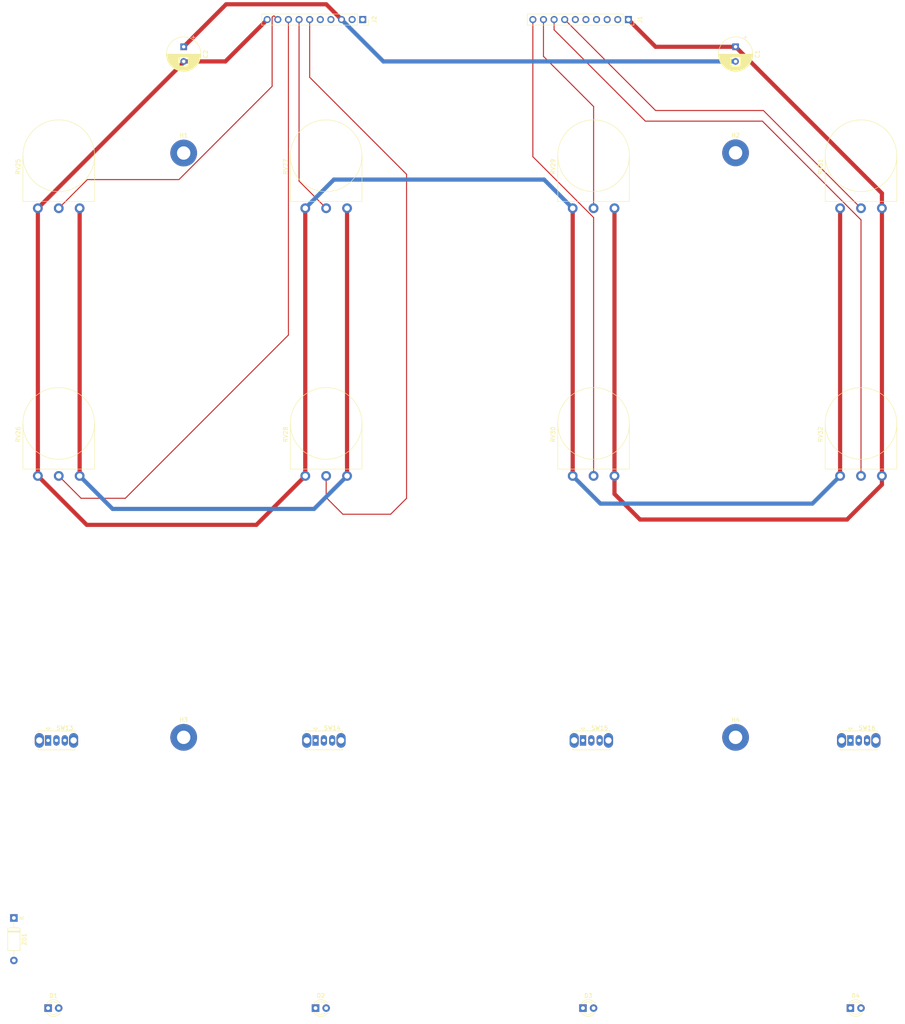
<source format=kicad_pcb>
(kicad_pcb (version 20171130) (host pcbnew "(5.1.6-0-10_14)")

  (general
    (thickness 1.6)
    (drawings 0)
    (tracks 72)
    (zones 0)
    (modules 25)
    (nets 21)
  )

  (page A3)
  (layers
    (0 F.Cu signal)
    (31 B.Cu signal)
    (32 B.Adhes user)
    (33 F.Adhes user)
    (34 B.Paste user)
    (35 F.Paste user)
    (36 B.SilkS user)
    (37 F.SilkS user)
    (38 B.Mask user)
    (39 F.Mask user)
    (40 Dwgs.User user)
    (41 Cmts.User user)
    (42 Eco1.User user)
    (43 Eco2.User user)
    (44 Edge.Cuts user)
    (45 Margin user)
    (46 B.CrtYd user)
    (47 F.CrtYd user)
    (48 B.Fab user)
    (49 F.Fab user)
  )

  (setup
    (last_trace_width 0.25)
    (trace_clearance 0.2)
    (zone_clearance 0.508)
    (zone_45_only no)
    (trace_min 0.2)
    (via_size 0.8)
    (via_drill 0.4)
    (via_min_size 0.4)
    (via_min_drill 0.3)
    (uvia_size 0.3)
    (uvia_drill 0.1)
    (uvias_allowed no)
    (uvia_min_size 0.2)
    (uvia_min_drill 0.1)
    (edge_width 0.05)
    (segment_width 0.2)
    (pcb_text_width 0.3)
    (pcb_text_size 1.5 1.5)
    (mod_edge_width 0.12)
    (mod_text_size 1 1)
    (mod_text_width 0.15)
    (pad_size 1.524 1.524)
    (pad_drill 0.762)
    (pad_to_mask_clearance 0.05)
    (aux_axis_origin 0 0)
    (visible_elements FFFFF77F)
    (pcbplotparams
      (layerselection 0x010fc_ffffffff)
      (usegerberextensions false)
      (usegerberattributes true)
      (usegerberadvancedattributes true)
      (creategerberjobfile true)
      (excludeedgelayer true)
      (linewidth 0.100000)
      (plotframeref false)
      (viasonmask false)
      (mode 1)
      (useauxorigin false)
      (hpglpennumber 1)
      (hpglpenspeed 20)
      (hpglpendiameter 15.000000)
      (psnegative false)
      (psa4output false)
      (plotreference true)
      (plotvalue true)
      (plotinvisibletext false)
      (padsonsilk false)
      (subtractmaskfromsilk false)
      (outputformat 1)
      (mirror false)
      (drillshape 1)
      (scaleselection 1)
      (outputdirectory ""))
  )

  (net 0 "")
  (net 1 GND)
  (net 2 +15V)
  (net 3 -15V)
  (net 4 "Net-(D1-Pad2)")
  (net 5 /5_LED1)
  (net 6 /6_LED2)
  (net 7 /2_LED3)
  (net 8 /3_LED4)
  (net 9 /10_RV30)
  (net 10 /9_RV29)
  (net 11 /8_RV32)
  (net 12 /7_RV31)
  (net 13 /19_RV25)
  (net 14 /18_RV26)
  (net 15 /17_RV27)
  (net 16 /16_RV28)
  (net 17 /15_SW13)
  (net 18 /14_SW14)
  (net 19 /12_SW15)
  (net 20 /11_SW16)

  (net_class Default "This is the default net class."
    (clearance 0.2)
    (trace_width 0.25)
    (via_dia 0.8)
    (via_drill 0.4)
    (uvia_dia 0.3)
    (uvia_drill 0.1)
    (add_net /10_RV30)
    (add_net /11_SW16)
    (add_net /12_SW15)
    (add_net /14_SW14)
    (add_net /15_SW13)
    (add_net /16_RV28)
    (add_net /17_RV27)
    (add_net /18_RV26)
    (add_net /19_RV25)
    (add_net /2_LED3)
    (add_net /3_LED4)
    (add_net /5_LED1)
    (add_net /6_LED2)
    (add_net /7_RV31)
    (add_net /8_RV32)
    (add_net /9_RV29)
    (add_net "Net-(D1-Pad2)")
  )

  (net_class Power ""
    (clearance 0.2)
    (trace_width 1)
    (via_dia 0.8)
    (via_drill 0.4)
    (uvia_dia 0.3)
    (uvia_drill 0.1)
    (add_net +15V)
    (add_net -15V)
    (add_net GND)
  )

  (module Diode_THT:D_A-405_P10.16mm_Horizontal (layer F.Cu) (tedit 5AE50CD5) (tstamp 5EE88774)
    (at 48.26 233.68 270)
    (descr "Diode, A-405 series, Axial, Horizontal, pin pitch=10.16mm, , length*diameter=5.2*2.7mm^2, , http://www.diodes.com/_files/packages/A-405.pdf")
    (tags "Diode A-405 series Axial Horizontal pin pitch 10.16mm  length 5.2mm diameter 2.7mm")
    (path /5EEAEBE3)
    (fp_text reference ZD1 (at 5.08 -2.47 90) (layer F.SilkS)
      (effects (font (size 1 1) (thickness 0.15)))
    )
    (fp_text value 10V (at 5.08 2.47 90) (layer F.Fab)
      (effects (font (size 1 1) (thickness 0.15)))
    )
    (fp_line (start 11.31 -1.6) (end -1.15 -1.6) (layer F.CrtYd) (width 0.05))
    (fp_line (start 11.31 1.6) (end 11.31 -1.6) (layer F.CrtYd) (width 0.05))
    (fp_line (start -1.15 1.6) (end 11.31 1.6) (layer F.CrtYd) (width 0.05))
    (fp_line (start -1.15 -1.6) (end -1.15 1.6) (layer F.CrtYd) (width 0.05))
    (fp_line (start 3.14 -1.47) (end 3.14 1.47) (layer F.SilkS) (width 0.12))
    (fp_line (start 3.38 -1.47) (end 3.38 1.47) (layer F.SilkS) (width 0.12))
    (fp_line (start 3.26 -1.47) (end 3.26 1.47) (layer F.SilkS) (width 0.12))
    (fp_line (start 9.02 0) (end 7.8 0) (layer F.SilkS) (width 0.12))
    (fp_line (start 1.14 0) (end 2.36 0) (layer F.SilkS) (width 0.12))
    (fp_line (start 7.8 -1.47) (end 2.36 -1.47) (layer F.SilkS) (width 0.12))
    (fp_line (start 7.8 1.47) (end 7.8 -1.47) (layer F.SilkS) (width 0.12))
    (fp_line (start 2.36 1.47) (end 7.8 1.47) (layer F.SilkS) (width 0.12))
    (fp_line (start 2.36 -1.47) (end 2.36 1.47) (layer F.SilkS) (width 0.12))
    (fp_line (start 3.16 -1.35) (end 3.16 1.35) (layer F.Fab) (width 0.1))
    (fp_line (start 3.36 -1.35) (end 3.36 1.35) (layer F.Fab) (width 0.1))
    (fp_line (start 3.26 -1.35) (end 3.26 1.35) (layer F.Fab) (width 0.1))
    (fp_line (start 10.16 0) (end 7.68 0) (layer F.Fab) (width 0.1))
    (fp_line (start 0 0) (end 2.48 0) (layer F.Fab) (width 0.1))
    (fp_line (start 7.68 -1.35) (end 2.48 -1.35) (layer F.Fab) (width 0.1))
    (fp_line (start 7.68 1.35) (end 7.68 -1.35) (layer F.Fab) (width 0.1))
    (fp_line (start 2.48 1.35) (end 7.68 1.35) (layer F.Fab) (width 0.1))
    (fp_line (start 2.48 -1.35) (end 2.48 1.35) (layer F.Fab) (width 0.1))
    (fp_text user K (at 0 -1.9 90) (layer F.SilkS)
      (effects (font (size 1 1) (thickness 0.15)))
    )
    (fp_text user K (at 0 -1.9 90) (layer F.Fab)
      (effects (font (size 1 1) (thickness 0.15)))
    )
    (fp_text user %R (at 5.47 0 90) (layer F.Fab)
      (effects (font (size 1 1) (thickness 0.15)))
    )
    (pad 2 thru_hole oval (at 10.16 0 270) (size 1.8 1.8) (drill 0.9) (layers *.Cu *.Mask)
      (net 4 "Net-(D1-Pad2)"))
    (pad 1 thru_hole rect (at 0 0 270) (size 1.8 1.8) (drill 0.9) (layers *.Cu *.Mask)
      (net 2 +15V))
    (model ${KISYS3DMOD}/Diode_THT.3dshapes/D_A-405_P10.16mm_Horizontal.wrl
      (at (xyz 0 0 0))
      (scale (xyz 1 1 1))
      (rotate (xyz 0 0 0))
    )
  )

  (module Button_Switch_THT:SW_Slide_1P2T_CK_OS102011MS2Q (layer F.Cu) (tedit 5C5044D5) (tstamp 5EE8A359)
    (at 248.456302 191.232)
    (descr "CuK miniature slide switch, OS series, SPDT, https://www.ckswitches.com/media/1428/os.pdf")
    (tags "switch SPDT")
    (path /5EEC91A3)
    (fp_text reference SW16 (at 3.99 -2.99) (layer F.SilkS)
      (effects (font (size 1 1) (thickness 0.15)))
    )
    (fp_text value SW_SPST (at 2 3) (layer F.Fab)
      (effects (font (size 1 1) (thickness 0.15)))
    )
    (fp_line (start 0.5 -2.96) (end -0.5 -2.96) (layer F.SilkS) (width 0.12))
    (fp_line (start 0 -2.46) (end 0.5 -2.96) (layer F.SilkS) (width 0.12))
    (fp_line (start -0.5 -2.96) (end 0 -2.46) (layer F.SilkS) (width 0.12))
    (fp_line (start 0 -1.65) (end 0.5 -2.15) (layer F.Fab) (width 0.1))
    (fp_line (start -0.5 -2.15) (end 0 -1.65) (layer F.Fab) (width 0.1))
    (fp_line (start -3.45 2.4) (end -3.45 -2.4) (layer B.CrtYd) (width 0.05))
    (fp_line (start 7.45 2.4) (end -3.45 2.4) (layer B.CrtYd) (width 0.05))
    (fp_line (start 7.45 -2.4) (end 7.45 2.4) (layer B.CrtYd) (width 0.05))
    (fp_line (start -3.45 -2.4) (end 7.45 -2.4) (layer B.CrtYd) (width 0.05))
    (fp_line (start 6.41 2.26) (end 6.41 1.95) (layer F.SilkS) (width 0.12))
    (fp_line (start -2.41 2.26) (end -2.41 1.95) (layer F.SilkS) (width 0.12))
    (fp_line (start -2.41 -1.95) (end -2.41 -2.26) (layer F.SilkS) (width 0.12))
    (fp_line (start 6.41 2.26) (end -2.41 2.26) (layer F.SilkS) (width 0.12))
    (fp_line (start 6.41 -2.26) (end 6.41 -1.95) (layer F.SilkS) (width 0.12))
    (fp_line (start -2.41 -2.26) (end 6.41 -2.26) (layer F.SilkS) (width 0.12))
    (fp_line (start -2.3 -2.15) (end -0.5 -2.15) (layer F.Fab) (width 0.1))
    (fp_line (start 2 -1) (end 2 1) (layer F.Fab) (width 0.1))
    (fp_line (start 1.34 -1) (end 1.34 1) (layer F.Fab) (width 0.1))
    (fp_line (start 0.66 -1) (end 0.66 1) (layer F.Fab) (width 0.1))
    (fp_line (start 0 -1) (end 0 1) (layer F.Fab) (width 0.1))
    (fp_line (start 0 1) (end 4 1) (layer F.Fab) (width 0.1))
    (fp_line (start 4 -1) (end 4 1) (layer F.Fab) (width 0.1))
    (fp_line (start 0 -1) (end 4 -1) (layer F.Fab) (width 0.1))
    (fp_line (start -2.3 2.15) (end -2.3 -2.15) (layer F.Fab) (width 0.1))
    (fp_line (start 6.3 2.15) (end -2.3 2.15) (layer F.Fab) (width 0.1))
    (fp_line (start 6.3 -2.15) (end 6.3 2.15) (layer F.Fab) (width 0.1))
    (fp_line (start 0.5 -2.15) (end 6.3 -2.15) (layer F.Fab) (width 0.1))
    (fp_text user %R (at 3.99 -2.99) (layer F.Fab)
      (effects (font (size 1 1) (thickness 0.15)))
    )
    (pad "" thru_hole oval (at 6.1 0) (size 2.2 3.5) (drill 1.5) (layers *.Cu *.Mask))
    (pad "" thru_hole oval (at -2.1 0) (size 2.2 3.5) (drill 1.5) (layers *.Cu *.Mask))
    (pad 3 thru_hole oval (at 4 0) (size 1.5 2.5) (drill 0.8) (layers *.Cu *.Mask))
    (pad 2 thru_hole oval (at 2 0) (size 1.5 2.5) (drill 0.8) (layers *.Cu *.Mask)
      (net 1 GND))
    (pad 1 thru_hole rect (at 0 0) (size 1.5 2.5) (drill 0.8) (layers *.Cu *.Mask)
      (net 20 /11_SW16))
    (model ${KISYS3DMOD}/Button_Switch_THT.3dshapes/SW_Slide_1P2T_CK_OS102011MS2Q.wrl
      (at (xyz 0 0 0))
      (scale (xyz 1 1 1))
      (rotate (xyz 0 0 0))
    )
  )

  (module Button_Switch_THT:SW_Slide_1P2T_CK_OS102011MS2Q (layer F.Cu) (tedit 5C5044D5) (tstamp 5EE8A3C5)
    (at 184.456302 191.232)
    (descr "CuK miniature slide switch, OS series, SPDT, https://www.ckswitches.com/media/1428/os.pdf")
    (tags "switch SPDT")
    (path /5EEC7C31)
    (fp_text reference SW15 (at 3.99 -2.99) (layer F.SilkS)
      (effects (font (size 1 1) (thickness 0.15)))
    )
    (fp_text value SW_SPST (at 2 3) (layer F.Fab)
      (effects (font (size 1 1) (thickness 0.15)))
    )
    (fp_line (start 0.5 -2.96) (end -0.5 -2.96) (layer F.SilkS) (width 0.12))
    (fp_line (start 0 -2.46) (end 0.5 -2.96) (layer F.SilkS) (width 0.12))
    (fp_line (start -0.5 -2.96) (end 0 -2.46) (layer F.SilkS) (width 0.12))
    (fp_line (start 0 -1.65) (end 0.5 -2.15) (layer F.Fab) (width 0.1))
    (fp_line (start -0.5 -2.15) (end 0 -1.65) (layer F.Fab) (width 0.1))
    (fp_line (start -3.45 2.4) (end -3.45 -2.4) (layer B.CrtYd) (width 0.05))
    (fp_line (start 7.45 2.4) (end -3.45 2.4) (layer B.CrtYd) (width 0.05))
    (fp_line (start 7.45 -2.4) (end 7.45 2.4) (layer B.CrtYd) (width 0.05))
    (fp_line (start -3.45 -2.4) (end 7.45 -2.4) (layer B.CrtYd) (width 0.05))
    (fp_line (start 6.41 2.26) (end 6.41 1.95) (layer F.SilkS) (width 0.12))
    (fp_line (start -2.41 2.26) (end -2.41 1.95) (layer F.SilkS) (width 0.12))
    (fp_line (start -2.41 -1.95) (end -2.41 -2.26) (layer F.SilkS) (width 0.12))
    (fp_line (start 6.41 2.26) (end -2.41 2.26) (layer F.SilkS) (width 0.12))
    (fp_line (start 6.41 -2.26) (end 6.41 -1.95) (layer F.SilkS) (width 0.12))
    (fp_line (start -2.41 -2.26) (end 6.41 -2.26) (layer F.SilkS) (width 0.12))
    (fp_line (start -2.3 -2.15) (end -0.5 -2.15) (layer F.Fab) (width 0.1))
    (fp_line (start 2 -1) (end 2 1) (layer F.Fab) (width 0.1))
    (fp_line (start 1.34 -1) (end 1.34 1) (layer F.Fab) (width 0.1))
    (fp_line (start 0.66 -1) (end 0.66 1) (layer F.Fab) (width 0.1))
    (fp_line (start 0 -1) (end 0 1) (layer F.Fab) (width 0.1))
    (fp_line (start 0 1) (end 4 1) (layer F.Fab) (width 0.1))
    (fp_line (start 4 -1) (end 4 1) (layer F.Fab) (width 0.1))
    (fp_line (start 0 -1) (end 4 -1) (layer F.Fab) (width 0.1))
    (fp_line (start -2.3 2.15) (end -2.3 -2.15) (layer F.Fab) (width 0.1))
    (fp_line (start 6.3 2.15) (end -2.3 2.15) (layer F.Fab) (width 0.1))
    (fp_line (start 6.3 -2.15) (end 6.3 2.15) (layer F.Fab) (width 0.1))
    (fp_line (start 0.5 -2.15) (end 6.3 -2.15) (layer F.Fab) (width 0.1))
    (fp_text user %R (at 3.99 -2.99) (layer F.Fab)
      (effects (font (size 1 1) (thickness 0.15)))
    )
    (pad "" thru_hole oval (at 6.1 0) (size 2.2 3.5) (drill 1.5) (layers *.Cu *.Mask))
    (pad "" thru_hole oval (at -2.1 0) (size 2.2 3.5) (drill 1.5) (layers *.Cu *.Mask))
    (pad 3 thru_hole oval (at 4 0) (size 1.5 2.5) (drill 0.8) (layers *.Cu *.Mask))
    (pad 2 thru_hole oval (at 2 0) (size 1.5 2.5) (drill 0.8) (layers *.Cu *.Mask)
      (net 1 GND))
    (pad 1 thru_hole rect (at 0 0) (size 1.5 2.5) (drill 0.8) (layers *.Cu *.Mask)
      (net 19 /12_SW15))
    (model ${KISYS3DMOD}/Button_Switch_THT.3dshapes/SW_Slide_1P2T_CK_OS102011MS2Q.wrl
      (at (xyz 0 0 0))
      (scale (xyz 1 1 1))
      (rotate (xyz 0 0 0))
    )
  )

  (module Button_Switch_THT:SW_Slide_1P2T_CK_OS102011MS2Q (layer F.Cu) (tedit 5C5044D5) (tstamp 5EE8A431)
    (at 120.456302 191.232)
    (descr "CuK miniature slide switch, OS series, SPDT, https://www.ckswitches.com/media/1428/os.pdf")
    (tags "switch SPDT")
    (path /5EEC6584)
    (fp_text reference SW14 (at 3.99 -2.99) (layer F.SilkS)
      (effects (font (size 1 1) (thickness 0.15)))
    )
    (fp_text value SW_SPST (at 2 3) (layer F.Fab)
      (effects (font (size 1 1) (thickness 0.15)))
    )
    (fp_line (start 0.5 -2.96) (end -0.5 -2.96) (layer F.SilkS) (width 0.12))
    (fp_line (start 0 -2.46) (end 0.5 -2.96) (layer F.SilkS) (width 0.12))
    (fp_line (start -0.5 -2.96) (end 0 -2.46) (layer F.SilkS) (width 0.12))
    (fp_line (start 0 -1.65) (end 0.5 -2.15) (layer F.Fab) (width 0.1))
    (fp_line (start -0.5 -2.15) (end 0 -1.65) (layer F.Fab) (width 0.1))
    (fp_line (start -3.45 2.4) (end -3.45 -2.4) (layer B.CrtYd) (width 0.05))
    (fp_line (start 7.45 2.4) (end -3.45 2.4) (layer B.CrtYd) (width 0.05))
    (fp_line (start 7.45 -2.4) (end 7.45 2.4) (layer B.CrtYd) (width 0.05))
    (fp_line (start -3.45 -2.4) (end 7.45 -2.4) (layer B.CrtYd) (width 0.05))
    (fp_line (start 6.41 2.26) (end 6.41 1.95) (layer F.SilkS) (width 0.12))
    (fp_line (start -2.41 2.26) (end -2.41 1.95) (layer F.SilkS) (width 0.12))
    (fp_line (start -2.41 -1.95) (end -2.41 -2.26) (layer F.SilkS) (width 0.12))
    (fp_line (start 6.41 2.26) (end -2.41 2.26) (layer F.SilkS) (width 0.12))
    (fp_line (start 6.41 -2.26) (end 6.41 -1.95) (layer F.SilkS) (width 0.12))
    (fp_line (start -2.41 -2.26) (end 6.41 -2.26) (layer F.SilkS) (width 0.12))
    (fp_line (start -2.3 -2.15) (end -0.5 -2.15) (layer F.Fab) (width 0.1))
    (fp_line (start 2 -1) (end 2 1) (layer F.Fab) (width 0.1))
    (fp_line (start 1.34 -1) (end 1.34 1) (layer F.Fab) (width 0.1))
    (fp_line (start 0.66 -1) (end 0.66 1) (layer F.Fab) (width 0.1))
    (fp_line (start 0 -1) (end 0 1) (layer F.Fab) (width 0.1))
    (fp_line (start 0 1) (end 4 1) (layer F.Fab) (width 0.1))
    (fp_line (start 4 -1) (end 4 1) (layer F.Fab) (width 0.1))
    (fp_line (start 0 -1) (end 4 -1) (layer F.Fab) (width 0.1))
    (fp_line (start -2.3 2.15) (end -2.3 -2.15) (layer F.Fab) (width 0.1))
    (fp_line (start 6.3 2.15) (end -2.3 2.15) (layer F.Fab) (width 0.1))
    (fp_line (start 6.3 -2.15) (end 6.3 2.15) (layer F.Fab) (width 0.1))
    (fp_line (start 0.5 -2.15) (end 6.3 -2.15) (layer F.Fab) (width 0.1))
    (fp_text user %R (at 3.99 -2.99) (layer F.Fab)
      (effects (font (size 1 1) (thickness 0.15)))
    )
    (pad "" thru_hole oval (at 6.1 0) (size 2.2 3.5) (drill 1.5) (layers *.Cu *.Mask))
    (pad "" thru_hole oval (at -2.1 0) (size 2.2 3.5) (drill 1.5) (layers *.Cu *.Mask))
    (pad 3 thru_hole oval (at 4 0) (size 1.5 2.5) (drill 0.8) (layers *.Cu *.Mask))
    (pad 2 thru_hole oval (at 2 0) (size 1.5 2.5) (drill 0.8) (layers *.Cu *.Mask)
      (net 1 GND))
    (pad 1 thru_hole rect (at 0 0) (size 1.5 2.5) (drill 0.8) (layers *.Cu *.Mask)
      (net 18 /14_SW14))
    (model ${KISYS3DMOD}/Button_Switch_THT.3dshapes/SW_Slide_1P2T_CK_OS102011MS2Q.wrl
      (at (xyz 0 0 0))
      (scale (xyz 1 1 1))
      (rotate (xyz 0 0 0))
    )
  )

  (module Button_Switch_THT:SW_Slide_1P2T_CK_OS102011MS2Q (layer F.Cu) (tedit 5C5044D5) (tstamp 5EE8A49D)
    (at 56.456302 191.232)
    (descr "CuK miniature slide switch, OS series, SPDT, https://www.ckswitches.com/media/1428/os.pdf")
    (tags "switch SPDT")
    (path /5EEBB27E)
    (fp_text reference SW13 (at 3.99 -2.99) (layer F.SilkS)
      (effects (font (size 1 1) (thickness 0.15)))
    )
    (fp_text value SW_SPST (at 2 3) (layer F.Fab)
      (effects (font (size 1 1) (thickness 0.15)))
    )
    (fp_line (start 0.5 -2.96) (end -0.5 -2.96) (layer F.SilkS) (width 0.12))
    (fp_line (start 0 -2.46) (end 0.5 -2.96) (layer F.SilkS) (width 0.12))
    (fp_line (start -0.5 -2.96) (end 0 -2.46) (layer F.SilkS) (width 0.12))
    (fp_line (start 0 -1.65) (end 0.5 -2.15) (layer F.Fab) (width 0.1))
    (fp_line (start -0.5 -2.15) (end 0 -1.65) (layer F.Fab) (width 0.1))
    (fp_line (start -3.45 2.4) (end -3.45 -2.4) (layer B.CrtYd) (width 0.05))
    (fp_line (start 7.45 2.4) (end -3.45 2.4) (layer B.CrtYd) (width 0.05))
    (fp_line (start 7.45 -2.4) (end 7.45 2.4) (layer B.CrtYd) (width 0.05))
    (fp_line (start -3.45 -2.4) (end 7.45 -2.4) (layer B.CrtYd) (width 0.05))
    (fp_line (start 6.41 2.26) (end 6.41 1.95) (layer F.SilkS) (width 0.12))
    (fp_line (start -2.41 2.26) (end -2.41 1.95) (layer F.SilkS) (width 0.12))
    (fp_line (start -2.41 -1.95) (end -2.41 -2.26) (layer F.SilkS) (width 0.12))
    (fp_line (start 6.41 2.26) (end -2.41 2.26) (layer F.SilkS) (width 0.12))
    (fp_line (start 6.41 -2.26) (end 6.41 -1.95) (layer F.SilkS) (width 0.12))
    (fp_line (start -2.41 -2.26) (end 6.41 -2.26) (layer F.SilkS) (width 0.12))
    (fp_line (start -2.3 -2.15) (end -0.5 -2.15) (layer F.Fab) (width 0.1))
    (fp_line (start 2 -1) (end 2 1) (layer F.Fab) (width 0.1))
    (fp_line (start 1.34 -1) (end 1.34 1) (layer F.Fab) (width 0.1))
    (fp_line (start 0.66 -1) (end 0.66 1) (layer F.Fab) (width 0.1))
    (fp_line (start 0 -1) (end 0 1) (layer F.Fab) (width 0.1))
    (fp_line (start 0 1) (end 4 1) (layer F.Fab) (width 0.1))
    (fp_line (start 4 -1) (end 4 1) (layer F.Fab) (width 0.1))
    (fp_line (start 0 -1) (end 4 -1) (layer F.Fab) (width 0.1))
    (fp_line (start -2.3 2.15) (end -2.3 -2.15) (layer F.Fab) (width 0.1))
    (fp_line (start 6.3 2.15) (end -2.3 2.15) (layer F.Fab) (width 0.1))
    (fp_line (start 6.3 -2.15) (end 6.3 2.15) (layer F.Fab) (width 0.1))
    (fp_line (start 0.5 -2.15) (end 6.3 -2.15) (layer F.Fab) (width 0.1))
    (fp_text user %R (at 3.99 -2.99) (layer F.Fab)
      (effects (font (size 1 1) (thickness 0.15)))
    )
    (pad "" thru_hole oval (at 6.1 0) (size 2.2 3.5) (drill 1.5) (layers *.Cu *.Mask))
    (pad "" thru_hole oval (at -2.1 0) (size 2.2 3.5) (drill 1.5) (layers *.Cu *.Mask))
    (pad 3 thru_hole oval (at 4 0) (size 1.5 2.5) (drill 0.8) (layers *.Cu *.Mask))
    (pad 2 thru_hole oval (at 2 0) (size 1.5 2.5) (drill 0.8) (layers *.Cu *.Mask)
      (net 1 GND))
    (pad 1 thru_hole rect (at 0 0) (size 1.5 2.5) (drill 0.8) (layers *.Cu *.Mask)
      (net 17 /15_SW13))
    (model ${KISYS3DMOD}/Button_Switch_THT.3dshapes/SW_Slide_1P2T_CK_OS102011MS2Q.wrl
      (at (xyz 0 0 0))
      (scale (xyz 1 1 1))
      (rotate (xyz 0 0 0))
    )
  )

  (module Potentiometer_THT:Potentiometer_Omeg_PC16BU_Vertical (layer F.Cu) (tedit 5A3D4993) (tstamp 5EE886C1)
    (at 256 128 90)
    (descr "Potentiometer, vertical, Omeg PC16BU, http://www.omeg.co.uk/pc6bubrc.htm")
    (tags "Potentiometer vertical Omeg PC16BU")
    (path /5EE870D3)
    (fp_text reference RV32 (at 9.915 -14.7 90) (layer F.SilkS)
      (effects (font (size 1 1) (thickness 0.15)))
    )
    (fp_text value 10K (at 9.915 4.7 90) (layer F.Fab)
      (effects (font (size 1 1) (thickness 0.15)))
    )
    (fp_line (start 21.25 -13.7) (end -1.45 -13.7) (layer F.CrtYd) (width 0.05))
    (fp_line (start 21.25 3.7) (end 21.25 -13.7) (layer F.CrtYd) (width 0.05))
    (fp_line (start -1.45 3.7) (end 21.25 3.7) (layer F.CrtYd) (width 0.05))
    (fp_line (start -1.45 -13.7) (end -1.45 3.7) (layer F.CrtYd) (width 0.05))
    (fp_line (start 1.63 3.57) (end 12.55 3.57) (layer F.SilkS) (width 0.12))
    (fp_line (start 1.63 -13.57) (end 1.63 3.57) (layer F.SilkS) (width 0.12))
    (fp_line (start 1.63 -13.57) (end 12.55 -13.57) (layer F.SilkS) (width 0.12))
    (fp_line (start 1.75 3.45) (end 12.55 3.45) (layer F.Fab) (width 0.1))
    (fp_line (start 1.75 -13.45) (end 1.75 3.45) (layer F.Fab) (width 0.1))
    (fp_line (start 12.55 -13.45) (end 1.75 -13.45) (layer F.Fab) (width 0.1))
    (fp_circle (center 12.55 -5) (end 21.12 -5) (layer F.SilkS) (width 0.12))
    (fp_circle (center 12.55 -5) (end 14.55 -5) (layer F.Fab) (width 0.1))
    (fp_circle (center 12.55 -5) (end 21 -5) (layer F.Fab) (width 0.1))
    (fp_text user %R (at 2.75 -5) (layer F.Fab)
      (effects (font (size 1 1) (thickness 0.15)))
    )
    (pad 1 thru_hole circle (at 0 0 90) (size 2.34 2.34) (drill 1.3) (layers *.Cu *.Mask)
      (net 2 +15V))
    (pad 2 thru_hole circle (at 0 -5 90) (size 2.34 2.34) (drill 1.3) (layers *.Cu *.Mask)
      (net 11 /8_RV32))
    (pad 3 thru_hole circle (at 0 -10 90) (size 2.34 2.34) (drill 1.3) (layers *.Cu *.Mask)
      (net 3 -15V))
    (model ${KISYS3DMOD}/Potentiometer_THT.3dshapes/Potentiometer_Omeg_PC16BU_Vertical.wrl
      (at (xyz 0 0 0))
      (scale (xyz 1 1 1))
      (rotate (xyz 0 0 0))
    )
  )

  (module Potentiometer_THT:Potentiometer_Omeg_PC16BU_Vertical (layer F.Cu) (tedit 5A3D4993) (tstamp 5EE886AC)
    (at 256 64 90)
    (descr "Potentiometer, vertical, Omeg PC16BU, http://www.omeg.co.uk/pc6bubrc.htm")
    (tags "Potentiometer vertical Omeg PC16BU")
    (path /5EE86B0F)
    (fp_text reference RV31 (at 9.915 -14.7 90) (layer F.SilkS)
      (effects (font (size 1 1) (thickness 0.15)))
    )
    (fp_text value 10K (at 9.915 4.7 90) (layer F.Fab)
      (effects (font (size 1 1) (thickness 0.15)))
    )
    (fp_line (start 21.25 -13.7) (end -1.45 -13.7) (layer F.CrtYd) (width 0.05))
    (fp_line (start 21.25 3.7) (end 21.25 -13.7) (layer F.CrtYd) (width 0.05))
    (fp_line (start -1.45 3.7) (end 21.25 3.7) (layer F.CrtYd) (width 0.05))
    (fp_line (start -1.45 -13.7) (end -1.45 3.7) (layer F.CrtYd) (width 0.05))
    (fp_line (start 1.63 3.57) (end 12.55 3.57) (layer F.SilkS) (width 0.12))
    (fp_line (start 1.63 -13.57) (end 1.63 3.57) (layer F.SilkS) (width 0.12))
    (fp_line (start 1.63 -13.57) (end 12.55 -13.57) (layer F.SilkS) (width 0.12))
    (fp_line (start 1.75 3.45) (end 12.55 3.45) (layer F.Fab) (width 0.1))
    (fp_line (start 1.75 -13.45) (end 1.75 3.45) (layer F.Fab) (width 0.1))
    (fp_line (start 12.55 -13.45) (end 1.75 -13.45) (layer F.Fab) (width 0.1))
    (fp_circle (center 12.55 -5) (end 21.12 -5) (layer F.SilkS) (width 0.12))
    (fp_circle (center 12.55 -5) (end 14.55 -5) (layer F.Fab) (width 0.1))
    (fp_circle (center 12.55 -5) (end 21 -5) (layer F.Fab) (width 0.1))
    (fp_text user %R (at 2.75 -5) (layer F.Fab)
      (effects (font (size 1 1) (thickness 0.15)))
    )
    (pad 1 thru_hole circle (at 0 0 90) (size 2.34 2.34) (drill 1.3) (layers *.Cu *.Mask)
      (net 2 +15V))
    (pad 2 thru_hole circle (at 0 -5 90) (size 2.34 2.34) (drill 1.3) (layers *.Cu *.Mask)
      (net 12 /7_RV31))
    (pad 3 thru_hole circle (at 0 -10 90) (size 2.34 2.34) (drill 1.3) (layers *.Cu *.Mask)
      (net 3 -15V))
    (model ${KISYS3DMOD}/Potentiometer_THT.3dshapes/Potentiometer_Omeg_PC16BU_Vertical.wrl
      (at (xyz 0 0 0))
      (scale (xyz 1 1 1))
      (rotate (xyz 0 0 0))
    )
  )

  (module Potentiometer_THT:Potentiometer_Omeg_PC16BU_Vertical (layer F.Cu) (tedit 5A3D4993) (tstamp 5EE88697)
    (at 192 128 90)
    (descr "Potentiometer, vertical, Omeg PC16BU, http://www.omeg.co.uk/pc6bubrc.htm")
    (tags "Potentiometer vertical Omeg PC16BU")
    (path /5EE869EF)
    (fp_text reference RV30 (at 9.915 -14.7 90) (layer F.SilkS)
      (effects (font (size 1 1) (thickness 0.15)))
    )
    (fp_text value 10K (at 9.915 4.7 90) (layer F.Fab)
      (effects (font (size 1 1) (thickness 0.15)))
    )
    (fp_line (start 21.25 -13.7) (end -1.45 -13.7) (layer F.CrtYd) (width 0.05))
    (fp_line (start 21.25 3.7) (end 21.25 -13.7) (layer F.CrtYd) (width 0.05))
    (fp_line (start -1.45 3.7) (end 21.25 3.7) (layer F.CrtYd) (width 0.05))
    (fp_line (start -1.45 -13.7) (end -1.45 3.7) (layer F.CrtYd) (width 0.05))
    (fp_line (start 1.63 3.57) (end 12.55 3.57) (layer F.SilkS) (width 0.12))
    (fp_line (start 1.63 -13.57) (end 1.63 3.57) (layer F.SilkS) (width 0.12))
    (fp_line (start 1.63 -13.57) (end 12.55 -13.57) (layer F.SilkS) (width 0.12))
    (fp_line (start 1.75 3.45) (end 12.55 3.45) (layer F.Fab) (width 0.1))
    (fp_line (start 1.75 -13.45) (end 1.75 3.45) (layer F.Fab) (width 0.1))
    (fp_line (start 12.55 -13.45) (end 1.75 -13.45) (layer F.Fab) (width 0.1))
    (fp_circle (center 12.55 -5) (end 21.12 -5) (layer F.SilkS) (width 0.12))
    (fp_circle (center 12.55 -5) (end 14.55 -5) (layer F.Fab) (width 0.1))
    (fp_circle (center 12.55 -5) (end 21 -5) (layer F.Fab) (width 0.1))
    (fp_text user %R (at 2.75 -5) (layer F.Fab)
      (effects (font (size 1 1) (thickness 0.15)))
    )
    (pad 1 thru_hole circle (at 0 0 90) (size 2.34 2.34) (drill 1.3) (layers *.Cu *.Mask)
      (net 2 +15V))
    (pad 2 thru_hole circle (at 0 -5 90) (size 2.34 2.34) (drill 1.3) (layers *.Cu *.Mask)
      (net 9 /10_RV30))
    (pad 3 thru_hole circle (at 0 -10 90) (size 2.34 2.34) (drill 1.3) (layers *.Cu *.Mask)
      (net 3 -15V))
    (model ${KISYS3DMOD}/Potentiometer_THT.3dshapes/Potentiometer_Omeg_PC16BU_Vertical.wrl
      (at (xyz 0 0 0))
      (scale (xyz 1 1 1))
      (rotate (xyz 0 0 0))
    )
  )

  (module Potentiometer_THT:Potentiometer_Omeg_PC16BU_Vertical (layer F.Cu) (tedit 5A3D4993) (tstamp 5EE88682)
    (at 192 64 90)
    (descr "Potentiometer, vertical, Omeg PC16BU, http://www.omeg.co.uk/pc6bubrc.htm")
    (tags "Potentiometer vertical Omeg PC16BU")
    (path /5EE869E9)
    (fp_text reference RV29 (at 9.915 -14.7 90) (layer F.SilkS)
      (effects (font (size 1 1) (thickness 0.15)))
    )
    (fp_text value 10K (at 9.915 4.7 90) (layer F.Fab)
      (effects (font (size 1 1) (thickness 0.15)))
    )
    (fp_line (start 21.25 -13.7) (end -1.45 -13.7) (layer F.CrtYd) (width 0.05))
    (fp_line (start 21.25 3.7) (end 21.25 -13.7) (layer F.CrtYd) (width 0.05))
    (fp_line (start -1.45 3.7) (end 21.25 3.7) (layer F.CrtYd) (width 0.05))
    (fp_line (start -1.45 -13.7) (end -1.45 3.7) (layer F.CrtYd) (width 0.05))
    (fp_line (start 1.63 3.57) (end 12.55 3.57) (layer F.SilkS) (width 0.12))
    (fp_line (start 1.63 -13.57) (end 1.63 3.57) (layer F.SilkS) (width 0.12))
    (fp_line (start 1.63 -13.57) (end 12.55 -13.57) (layer F.SilkS) (width 0.12))
    (fp_line (start 1.75 3.45) (end 12.55 3.45) (layer F.Fab) (width 0.1))
    (fp_line (start 1.75 -13.45) (end 1.75 3.45) (layer F.Fab) (width 0.1))
    (fp_line (start 12.55 -13.45) (end 1.75 -13.45) (layer F.Fab) (width 0.1))
    (fp_circle (center 12.55 -5) (end 21.12 -5) (layer F.SilkS) (width 0.12))
    (fp_circle (center 12.55 -5) (end 14.55 -5) (layer F.Fab) (width 0.1))
    (fp_circle (center 12.55 -5) (end 21 -5) (layer F.Fab) (width 0.1))
    (fp_text user %R (at 2.75 -5) (layer F.Fab)
      (effects (font (size 1 1) (thickness 0.15)))
    )
    (pad 1 thru_hole circle (at 0 0 90) (size 2.34 2.34) (drill 1.3) (layers *.Cu *.Mask)
      (net 2 +15V))
    (pad 2 thru_hole circle (at 0 -5 90) (size 2.34 2.34) (drill 1.3) (layers *.Cu *.Mask)
      (net 10 /9_RV29))
    (pad 3 thru_hole circle (at 0 -10 90) (size 2.34 2.34) (drill 1.3) (layers *.Cu *.Mask)
      (net 3 -15V))
    (model ${KISYS3DMOD}/Potentiometer_THT.3dshapes/Potentiometer_Omeg_PC16BU_Vertical.wrl
      (at (xyz 0 0 0))
      (scale (xyz 1 1 1))
      (rotate (xyz 0 0 0))
    )
  )

  (module Potentiometer_THT:Potentiometer_Omeg_PC16BU_Vertical (layer F.Cu) (tedit 5A3D4993) (tstamp 5EE8866D)
    (at 128 128 90)
    (descr "Potentiometer, vertical, Omeg PC16BU, http://www.omeg.co.uk/pc6bubrc.htm")
    (tags "Potentiometer vertical Omeg PC16BU")
    (path /5EE869E3)
    (fp_text reference RV28 (at 9.915 -14.7 90) (layer F.SilkS)
      (effects (font (size 1 1) (thickness 0.15)))
    )
    (fp_text value 10K (at 9.915 4.7 90) (layer F.Fab)
      (effects (font (size 1 1) (thickness 0.15)))
    )
    (fp_line (start 21.25 -13.7) (end -1.45 -13.7) (layer F.CrtYd) (width 0.05))
    (fp_line (start 21.25 3.7) (end 21.25 -13.7) (layer F.CrtYd) (width 0.05))
    (fp_line (start -1.45 3.7) (end 21.25 3.7) (layer F.CrtYd) (width 0.05))
    (fp_line (start -1.45 -13.7) (end -1.45 3.7) (layer F.CrtYd) (width 0.05))
    (fp_line (start 1.63 3.57) (end 12.55 3.57) (layer F.SilkS) (width 0.12))
    (fp_line (start 1.63 -13.57) (end 1.63 3.57) (layer F.SilkS) (width 0.12))
    (fp_line (start 1.63 -13.57) (end 12.55 -13.57) (layer F.SilkS) (width 0.12))
    (fp_line (start 1.75 3.45) (end 12.55 3.45) (layer F.Fab) (width 0.1))
    (fp_line (start 1.75 -13.45) (end 1.75 3.45) (layer F.Fab) (width 0.1))
    (fp_line (start 12.55 -13.45) (end 1.75 -13.45) (layer F.Fab) (width 0.1))
    (fp_circle (center 12.55 -5) (end 21.12 -5) (layer F.SilkS) (width 0.12))
    (fp_circle (center 12.55 -5) (end 14.55 -5) (layer F.Fab) (width 0.1))
    (fp_circle (center 12.55 -5) (end 21 -5) (layer F.Fab) (width 0.1))
    (fp_text user %R (at 2.75 -5) (layer F.Fab)
      (effects (font (size 1 1) (thickness 0.15)))
    )
    (pad 1 thru_hole circle (at 0 0 90) (size 2.34 2.34) (drill 1.3) (layers *.Cu *.Mask)
      (net 2 +15V))
    (pad 2 thru_hole circle (at 0 -5 90) (size 2.34 2.34) (drill 1.3) (layers *.Cu *.Mask)
      (net 16 /16_RV28))
    (pad 3 thru_hole circle (at 0 -10 90) (size 2.34 2.34) (drill 1.3) (layers *.Cu *.Mask)
      (net 3 -15V))
    (model ${KISYS3DMOD}/Potentiometer_THT.3dshapes/Potentiometer_Omeg_PC16BU_Vertical.wrl
      (at (xyz 0 0 0))
      (scale (xyz 1 1 1))
      (rotate (xyz 0 0 0))
    )
  )

  (module Potentiometer_THT:Potentiometer_Omeg_PC16BU_Vertical (layer F.Cu) (tedit 5A3D4993) (tstamp 5EE88658)
    (at 128 64 90)
    (descr "Potentiometer, vertical, Omeg PC16BU, http://www.omeg.co.uk/pc6bubrc.htm")
    (tags "Potentiometer vertical Omeg PC16BU")
    (path /5EE8509C)
    (fp_text reference RV27 (at 9.915 -14.7 90) (layer F.SilkS)
      (effects (font (size 1 1) (thickness 0.15)))
    )
    (fp_text value 10K (at 9.915 4.7 90) (layer F.Fab)
      (effects (font (size 1 1) (thickness 0.15)))
    )
    (fp_line (start 21.25 -13.7) (end -1.45 -13.7) (layer F.CrtYd) (width 0.05))
    (fp_line (start 21.25 3.7) (end 21.25 -13.7) (layer F.CrtYd) (width 0.05))
    (fp_line (start -1.45 3.7) (end 21.25 3.7) (layer F.CrtYd) (width 0.05))
    (fp_line (start -1.45 -13.7) (end -1.45 3.7) (layer F.CrtYd) (width 0.05))
    (fp_line (start 1.63 3.57) (end 12.55 3.57) (layer F.SilkS) (width 0.12))
    (fp_line (start 1.63 -13.57) (end 1.63 3.57) (layer F.SilkS) (width 0.12))
    (fp_line (start 1.63 -13.57) (end 12.55 -13.57) (layer F.SilkS) (width 0.12))
    (fp_line (start 1.75 3.45) (end 12.55 3.45) (layer F.Fab) (width 0.1))
    (fp_line (start 1.75 -13.45) (end 1.75 3.45) (layer F.Fab) (width 0.1))
    (fp_line (start 12.55 -13.45) (end 1.75 -13.45) (layer F.Fab) (width 0.1))
    (fp_circle (center 12.55 -5) (end 21.12 -5) (layer F.SilkS) (width 0.12))
    (fp_circle (center 12.55 -5) (end 14.55 -5) (layer F.Fab) (width 0.1))
    (fp_circle (center 12.55 -5) (end 21 -5) (layer F.Fab) (width 0.1))
    (fp_text user %R (at 2.75 -5) (layer F.Fab)
      (effects (font (size 1 1) (thickness 0.15)))
    )
    (pad 1 thru_hole circle (at 0 0 90) (size 2.34 2.34) (drill 1.3) (layers *.Cu *.Mask)
      (net 2 +15V))
    (pad 2 thru_hole circle (at 0 -5 90) (size 2.34 2.34) (drill 1.3) (layers *.Cu *.Mask)
      (net 15 /17_RV27))
    (pad 3 thru_hole circle (at 0 -10 90) (size 2.34 2.34) (drill 1.3) (layers *.Cu *.Mask)
      (net 3 -15V))
    (model ${KISYS3DMOD}/Potentiometer_THT.3dshapes/Potentiometer_Omeg_PC16BU_Vertical.wrl
      (at (xyz 0 0 0))
      (scale (xyz 1 1 1))
      (rotate (xyz 0 0 0))
    )
  )

  (module Potentiometer_THT:Potentiometer_Omeg_PC16BU_Vertical (layer F.Cu) (tedit 5A3D4993) (tstamp 5EE88643)
    (at 64 128 90)
    (descr "Potentiometer, vertical, Omeg PC16BU, http://www.omeg.co.uk/pc6bubrc.htm")
    (tags "Potentiometer vertical Omeg PC16BU")
    (path /5EE84EBB)
    (fp_text reference RV26 (at 9.915 -14.7 90) (layer F.SilkS)
      (effects (font (size 1 1) (thickness 0.15)))
    )
    (fp_text value 10K (at 9.915 4.7 90) (layer F.Fab)
      (effects (font (size 1 1) (thickness 0.15)))
    )
    (fp_line (start 21.25 -13.7) (end -1.45 -13.7) (layer F.CrtYd) (width 0.05))
    (fp_line (start 21.25 3.7) (end 21.25 -13.7) (layer F.CrtYd) (width 0.05))
    (fp_line (start -1.45 3.7) (end 21.25 3.7) (layer F.CrtYd) (width 0.05))
    (fp_line (start -1.45 -13.7) (end -1.45 3.7) (layer F.CrtYd) (width 0.05))
    (fp_line (start 1.63 3.57) (end 12.55 3.57) (layer F.SilkS) (width 0.12))
    (fp_line (start 1.63 -13.57) (end 1.63 3.57) (layer F.SilkS) (width 0.12))
    (fp_line (start 1.63 -13.57) (end 12.55 -13.57) (layer F.SilkS) (width 0.12))
    (fp_line (start 1.75 3.45) (end 12.55 3.45) (layer F.Fab) (width 0.1))
    (fp_line (start 1.75 -13.45) (end 1.75 3.45) (layer F.Fab) (width 0.1))
    (fp_line (start 12.55 -13.45) (end 1.75 -13.45) (layer F.Fab) (width 0.1))
    (fp_circle (center 12.55 -5) (end 21.12 -5) (layer F.SilkS) (width 0.12))
    (fp_circle (center 12.55 -5) (end 14.55 -5) (layer F.Fab) (width 0.1))
    (fp_circle (center 12.55 -5) (end 21 -5) (layer F.Fab) (width 0.1))
    (fp_text user %R (at 2.75 -5) (layer F.Fab)
      (effects (font (size 1 1) (thickness 0.15)))
    )
    (pad 1 thru_hole circle (at 0 0 90) (size 2.34 2.34) (drill 1.3) (layers *.Cu *.Mask)
      (net 2 +15V))
    (pad 2 thru_hole circle (at 0 -5 90) (size 2.34 2.34) (drill 1.3) (layers *.Cu *.Mask)
      (net 14 /18_RV26))
    (pad 3 thru_hole circle (at 0 -10 90) (size 2.34 2.34) (drill 1.3) (layers *.Cu *.Mask)
      (net 3 -15V))
    (model ${KISYS3DMOD}/Potentiometer_THT.3dshapes/Potentiometer_Omeg_PC16BU_Vertical.wrl
      (at (xyz 0 0 0))
      (scale (xyz 1 1 1))
      (rotate (xyz 0 0 0))
    )
  )

  (module Potentiometer_THT:Potentiometer_Omeg_PC16BU_Vertical (layer F.Cu) (tedit 5A3D4993) (tstamp 5EE89EA5)
    (at 64 64 90)
    (descr "Potentiometer, vertical, Omeg PC16BU, http://www.omeg.co.uk/pc6bubrc.htm")
    (tags "Potentiometer vertical Omeg PC16BU")
    (path /5EE849CB)
    (fp_text reference RV25 (at 9.915 -14.7 90) (layer F.SilkS)
      (effects (font (size 1 1) (thickness 0.15)))
    )
    (fp_text value 10K (at 9.915 4.7 90) (layer F.Fab)
      (effects (font (size 1 1) (thickness 0.15)))
    )
    (fp_line (start 21.25 -13.7) (end -1.45 -13.7) (layer F.CrtYd) (width 0.05))
    (fp_line (start 21.25 3.7) (end 21.25 -13.7) (layer F.CrtYd) (width 0.05))
    (fp_line (start -1.45 3.7) (end 21.25 3.7) (layer F.CrtYd) (width 0.05))
    (fp_line (start -1.45 -13.7) (end -1.45 3.7) (layer F.CrtYd) (width 0.05))
    (fp_line (start 1.63 3.57) (end 12.55 3.57) (layer F.SilkS) (width 0.12))
    (fp_line (start 1.63 -13.57) (end 1.63 3.57) (layer F.SilkS) (width 0.12))
    (fp_line (start 1.63 -13.57) (end 12.55 -13.57) (layer F.SilkS) (width 0.12))
    (fp_line (start 1.75 3.45) (end 12.55 3.45) (layer F.Fab) (width 0.1))
    (fp_line (start 1.75 -13.45) (end 1.75 3.45) (layer F.Fab) (width 0.1))
    (fp_line (start 12.55 -13.45) (end 1.75 -13.45) (layer F.Fab) (width 0.1))
    (fp_circle (center 12.55 -5) (end 21.12 -5) (layer F.SilkS) (width 0.12))
    (fp_circle (center 12.55 -5) (end 14.55 -5) (layer F.Fab) (width 0.1))
    (fp_circle (center 12.55 -5) (end 21 -5) (layer F.Fab) (width 0.1))
    (fp_text user %R (at 2.75 -5) (layer F.Fab)
      (effects (font (size 1 1) (thickness 0.15)))
    )
    (pad 1 thru_hole circle (at 0 0 90) (size 2.34 2.34) (drill 1.3) (layers *.Cu *.Mask)
      (net 2 +15V))
    (pad 2 thru_hole circle (at 0 -5 90) (size 2.34 2.34) (drill 1.3) (layers *.Cu *.Mask)
      (net 13 /19_RV25))
    (pad 3 thru_hole circle (at 0 -10 90) (size 2.34 2.34) (drill 1.3) (layers *.Cu *.Mask)
      (net 3 -15V))
    (model ${KISYS3DMOD}/Potentiometer_THT.3dshapes/Potentiometer_Omeg_PC16BU_Vertical.wrl
      (at (xyz 0 0 0))
      (scale (xyz 1 1 1))
      (rotate (xyz 0 0 0))
    )
  )

  (module Connector_PinSocket_2.54mm:PinSocket_1x10_P2.54mm_Vertical (layer F.Cu) (tedit 5A19A425) (tstamp 5EE88619)
    (at 131.751 18.887302 270)
    (descr "Through hole straight socket strip, 1x10, 2.54mm pitch, single row (from Kicad 4.0.7), script generated")
    (tags "Through hole socket strip THT 1x10 2.54mm single row")
    (path /5EE7FC82)
    (fp_text reference J2 (at 0 -2.77 90) (layer F.SilkS)
      (effects (font (size 1 1) (thickness 0.15)))
    )
    (fp_text value Conn_01x10 (at 0 25.63 90) (layer F.Fab)
      (effects (font (size 1 1) (thickness 0.15)))
    )
    (fp_line (start -1.8 24.6) (end -1.8 -1.8) (layer F.CrtYd) (width 0.05))
    (fp_line (start 1.75 24.6) (end -1.8 24.6) (layer F.CrtYd) (width 0.05))
    (fp_line (start 1.75 -1.8) (end 1.75 24.6) (layer F.CrtYd) (width 0.05))
    (fp_line (start -1.8 -1.8) (end 1.75 -1.8) (layer F.CrtYd) (width 0.05))
    (fp_line (start 0 -1.33) (end 1.33 -1.33) (layer F.SilkS) (width 0.12))
    (fp_line (start 1.33 -1.33) (end 1.33 0) (layer F.SilkS) (width 0.12))
    (fp_line (start 1.33 1.27) (end 1.33 24.19) (layer F.SilkS) (width 0.12))
    (fp_line (start -1.33 24.19) (end 1.33 24.19) (layer F.SilkS) (width 0.12))
    (fp_line (start -1.33 1.27) (end -1.33 24.19) (layer F.SilkS) (width 0.12))
    (fp_line (start -1.33 1.27) (end 1.33 1.27) (layer F.SilkS) (width 0.12))
    (fp_line (start -1.27 24.13) (end -1.27 -1.27) (layer F.Fab) (width 0.1))
    (fp_line (start 1.27 24.13) (end -1.27 24.13) (layer F.Fab) (width 0.1))
    (fp_line (start 1.27 -0.635) (end 1.27 24.13) (layer F.Fab) (width 0.1))
    (fp_line (start 0.635 -1.27) (end 1.27 -0.635) (layer F.Fab) (width 0.1))
    (fp_line (start -1.27 -1.27) (end 0.635 -1.27) (layer F.Fab) (width 0.1))
    (fp_text user %R (at 0 11.43) (layer F.Fab)
      (effects (font (size 1 1) (thickness 0.15)))
    )
    (pad 10 thru_hole oval (at 0 22.86 270) (size 1.7 1.7) (drill 1) (layers *.Cu *.Mask)
      (net 3 -15V))
    (pad 9 thru_hole oval (at 0 20.32 270) (size 1.7 1.7) (drill 1) (layers *.Cu *.Mask)
      (net 13 /19_RV25))
    (pad 8 thru_hole oval (at 0 17.78 270) (size 1.7 1.7) (drill 1) (layers *.Cu *.Mask)
      (net 14 /18_RV26))
    (pad 7 thru_hole oval (at 0 15.24 270) (size 1.7 1.7) (drill 1) (layers *.Cu *.Mask)
      (net 15 /17_RV27))
    (pad 6 thru_hole oval (at 0 12.7 270) (size 1.7 1.7) (drill 1) (layers *.Cu *.Mask)
      (net 16 /16_RV28))
    (pad 5 thru_hole oval (at 0 10.16 270) (size 1.7 1.7) (drill 1) (layers *.Cu *.Mask)
      (net 17 /15_SW13))
    (pad 4 thru_hole oval (at 0 7.62 270) (size 1.7 1.7) (drill 1) (layers *.Cu *.Mask)
      (net 18 /14_SW14))
    (pad 3 thru_hole oval (at 0 5.08 270) (size 1.7 1.7) (drill 1) (layers *.Cu *.Mask)
      (net 1 GND))
    (pad 2 thru_hole oval (at 0 2.54 270) (size 1.7 1.7) (drill 1) (layers *.Cu *.Mask)
      (net 19 /12_SW15))
    (pad 1 thru_hole rect (at 0 0 270) (size 1.7 1.7) (drill 1) (layers *.Cu *.Mask)
      (net 20 /11_SW16))
    (model ${KISYS3DMOD}/Connector_PinSocket_2.54mm.3dshapes/PinSocket_1x10_P2.54mm_Vertical.wrl
      (at (xyz 0 0 0))
      (scale (xyz 1 1 1))
      (rotate (xyz 0 0 0))
    )
  )

  (module Connector_PinSocket_2.54mm:PinSocket_1x10_P2.54mm_Vertical (layer F.Cu) (tedit 5A19A425) (tstamp 5EE885FB)
    (at 195.326 18.887302 270)
    (descr "Through hole straight socket strip, 1x10, 2.54mm pitch, single row (from Kicad 4.0.7), script generated")
    (tags "Through hole socket strip THT 1x10 2.54mm single row")
    (path /5EE7EE21)
    (fp_text reference J1 (at 0 -2.77 90) (layer F.SilkS)
      (effects (font (size 1 1) (thickness 0.15)))
    )
    (fp_text value Conn_01x10 (at 0 25.63 90) (layer F.Fab)
      (effects (font (size 1 1) (thickness 0.15)))
    )
    (fp_line (start -1.8 24.6) (end -1.8 -1.8) (layer F.CrtYd) (width 0.05))
    (fp_line (start 1.75 24.6) (end -1.8 24.6) (layer F.CrtYd) (width 0.05))
    (fp_line (start 1.75 -1.8) (end 1.75 24.6) (layer F.CrtYd) (width 0.05))
    (fp_line (start -1.8 -1.8) (end 1.75 -1.8) (layer F.CrtYd) (width 0.05))
    (fp_line (start 0 -1.33) (end 1.33 -1.33) (layer F.SilkS) (width 0.12))
    (fp_line (start 1.33 -1.33) (end 1.33 0) (layer F.SilkS) (width 0.12))
    (fp_line (start 1.33 1.27) (end 1.33 24.19) (layer F.SilkS) (width 0.12))
    (fp_line (start -1.33 24.19) (end 1.33 24.19) (layer F.SilkS) (width 0.12))
    (fp_line (start -1.33 1.27) (end -1.33 24.19) (layer F.SilkS) (width 0.12))
    (fp_line (start -1.33 1.27) (end 1.33 1.27) (layer F.SilkS) (width 0.12))
    (fp_line (start -1.27 24.13) (end -1.27 -1.27) (layer F.Fab) (width 0.1))
    (fp_line (start 1.27 24.13) (end -1.27 24.13) (layer F.Fab) (width 0.1))
    (fp_line (start 1.27 -0.635) (end 1.27 24.13) (layer F.Fab) (width 0.1))
    (fp_line (start 0.635 -1.27) (end 1.27 -0.635) (layer F.Fab) (width 0.1))
    (fp_line (start -1.27 -1.27) (end 0.635 -1.27) (layer F.Fab) (width 0.1))
    (fp_text user %R (at 0 11.43) (layer F.Fab)
      (effects (font (size 1 1) (thickness 0.15)))
    )
    (pad 10 thru_hole oval (at 0 22.86 270) (size 1.7 1.7) (drill 1) (layers *.Cu *.Mask)
      (net 9 /10_RV30))
    (pad 9 thru_hole oval (at 0 20.32 270) (size 1.7 1.7) (drill 1) (layers *.Cu *.Mask)
      (net 10 /9_RV29))
    (pad 8 thru_hole oval (at 0 17.78 270) (size 1.7 1.7) (drill 1) (layers *.Cu *.Mask)
      (net 11 /8_RV32))
    (pad 7 thru_hole oval (at 0 15.24 270) (size 1.7 1.7) (drill 1) (layers *.Cu *.Mask)
      (net 12 /7_RV31))
    (pad 6 thru_hole oval (at 0 12.7 270) (size 1.7 1.7) (drill 1) (layers *.Cu *.Mask)
      (net 6 /6_LED2))
    (pad 5 thru_hole oval (at 0 10.16 270) (size 1.7 1.7) (drill 1) (layers *.Cu *.Mask)
      (net 5 /5_LED1))
    (pad 4 thru_hole oval (at 0 7.62 270) (size 1.7 1.7) (drill 1) (layers *.Cu *.Mask)
      (net 2 +15V))
    (pad 3 thru_hole oval (at 0 5.08 270) (size 1.7 1.7) (drill 1) (layers *.Cu *.Mask)
      (net 8 /3_LED4))
    (pad 2 thru_hole oval (at 0 2.54 270) (size 1.7 1.7) (drill 1) (layers *.Cu *.Mask)
      (net 7 /2_LED3))
    (pad 1 thru_hole rect (at 0 0 270) (size 1.7 1.7) (drill 1) (layers *.Cu *.Mask)
      (net 2 +15V))
    (model ${KISYS3DMOD}/Connector_PinSocket_2.54mm.3dshapes/PinSocket_1x10_P2.54mm_Vertical.wrl
      (at (xyz 0 0 0))
      (scale (xyz 1 1 1))
      (rotate (xyz 0 0 0))
    )
  )

  (module MountingHole:MountingHole_3.2mm_M3_Pad (layer F.Cu) (tedit 56D1B4CB) (tstamp 5EE885DD)
    (at 220.98 190.5)
    (descr "Mounting Hole 3.2mm, M3")
    (tags "mounting hole 3.2mm m3")
    (path /5EEDC22C)
    (attr virtual)
    (fp_text reference H4 (at 0 -4.2) (layer F.SilkS)
      (effects (font (size 1 1) (thickness 0.15)))
    )
    (fp_text value MountingHole (at 0 4.2) (layer F.Fab)
      (effects (font (size 1 1) (thickness 0.15)))
    )
    (fp_circle (center 0 0) (end 3.45 0) (layer F.CrtYd) (width 0.05))
    (fp_circle (center 0 0) (end 3.2 0) (layer Cmts.User) (width 0.15))
    (fp_text user %R (at 0.3 0) (layer F.Fab)
      (effects (font (size 1 1) (thickness 0.15)))
    )
    (pad 1 thru_hole circle (at 0 0) (size 6.4 6.4) (drill 3.2) (layers *.Cu *.Mask))
  )

  (module MountingHole:MountingHole_3.2mm_M3_Pad (layer F.Cu) (tedit 56D1B4CB) (tstamp 5EE885D5)
    (at 88.9 190.5)
    (descr "Mounting Hole 3.2mm, M3")
    (tags "mounting hole 3.2mm m3")
    (path /5EEDC285)
    (attr virtual)
    (fp_text reference H3 (at 0 -4.2) (layer F.SilkS)
      (effects (font (size 1 1) (thickness 0.15)))
    )
    (fp_text value MountingHole (at 0 4.2) (layer F.Fab)
      (effects (font (size 1 1) (thickness 0.15)))
    )
    (fp_circle (center 0 0) (end 3.45 0) (layer F.CrtYd) (width 0.05))
    (fp_circle (center 0 0) (end 3.2 0) (layer Cmts.User) (width 0.15))
    (fp_text user %R (at 0.3 0) (layer F.Fab)
      (effects (font (size 1 1) (thickness 0.15)))
    )
    (pad 1 thru_hole circle (at 0 0) (size 6.4 6.4) (drill 3.2) (layers *.Cu *.Mask))
  )

  (module MountingHole:MountingHole_3.2mm_M3_Pad (layer F.Cu) (tedit 56D1B4CB) (tstamp 5EE8C2C9)
    (at 220.98 50.751)
    (descr "Mounting Hole 3.2mm, M3")
    (tags "mounting hole 3.2mm m3")
    (path /5EEDC1E9)
    (attr virtual)
    (fp_text reference H2 (at 0 -4.2) (layer F.SilkS)
      (effects (font (size 1 1) (thickness 0.15)))
    )
    (fp_text value MountingHole (at 0 4.2) (layer F.Fab)
      (effects (font (size 1 1) (thickness 0.15)))
    )
    (fp_circle (center 0 0) (end 3.45 0) (layer F.CrtYd) (width 0.05))
    (fp_circle (center 0 0) (end 3.2 0) (layer Cmts.User) (width 0.15))
    (fp_text user %R (at 0.3 0) (layer F.Fab)
      (effects (font (size 1 1) (thickness 0.15)))
    )
    (pad 1 thru_hole circle (at 0 0) (size 6.4 6.4) (drill 3.2) (layers *.Cu *.Mask))
  )

  (module MountingHole:MountingHole_3.2mm_M3_Pad (layer F.Cu) (tedit 56D1B4CB) (tstamp 5EE885C5)
    (at 88.9 50.8)
    (descr "Mounting Hole 3.2mm, M3")
    (tags "mounting hole 3.2mm m3")
    (path /5EEDC01E)
    (attr virtual)
    (fp_text reference H1 (at 0 -4.2) (layer F.SilkS)
      (effects (font (size 1 1) (thickness 0.15)))
    )
    (fp_text value MountingHole (at 0 4.2) (layer F.Fab)
      (effects (font (size 1 1) (thickness 0.15)))
    )
    (fp_circle (center 0 0) (end 3.45 0) (layer F.CrtYd) (width 0.05))
    (fp_circle (center 0 0) (end 3.2 0) (layer Cmts.User) (width 0.15))
    (fp_text user %R (at 0.3 0) (layer F.Fab)
      (effects (font (size 1 1) (thickness 0.15)))
    )
    (pad 1 thru_hole circle (at 0 0) (size 6.4 6.4) (drill 3.2) (layers *.Cu *.Mask))
  )

  (module LED_THT:LED_D3.0mm (layer F.Cu) (tedit 587A3A7B) (tstamp 5EE89DA2)
    (at 248.456302 255.232)
    (descr "LED, diameter 3.0mm, 2 pins")
    (tags "LED diameter 3.0mm 2 pins")
    (path /5EEA6D8D)
    (fp_text reference D4 (at 1.27 -2.96) (layer F.SilkS)
      (effects (font (size 1 1) (thickness 0.15)))
    )
    (fp_text value LED (at 1.27 2.96) (layer F.Fab)
      (effects (font (size 1 1) (thickness 0.15)))
    )
    (fp_line (start 3.7 -2.25) (end -1.15 -2.25) (layer F.CrtYd) (width 0.05))
    (fp_line (start 3.7 2.25) (end 3.7 -2.25) (layer F.CrtYd) (width 0.05))
    (fp_line (start -1.15 2.25) (end 3.7 2.25) (layer F.CrtYd) (width 0.05))
    (fp_line (start -1.15 -2.25) (end -1.15 2.25) (layer F.CrtYd) (width 0.05))
    (fp_line (start -0.29 1.08) (end -0.29 1.236) (layer F.SilkS) (width 0.12))
    (fp_line (start -0.29 -1.236) (end -0.29 -1.08) (layer F.SilkS) (width 0.12))
    (fp_line (start -0.23 -1.16619) (end -0.23 1.16619) (layer F.Fab) (width 0.1))
    (fp_circle (center 1.27 0) (end 2.77 0) (layer F.Fab) (width 0.1))
    (fp_arc (start 1.27 0) (end 0.229039 1.08) (angle -87.9) (layer F.SilkS) (width 0.12))
    (fp_arc (start 1.27 0) (end 0.229039 -1.08) (angle 87.9) (layer F.SilkS) (width 0.12))
    (fp_arc (start 1.27 0) (end -0.29 1.235516) (angle -108.8) (layer F.SilkS) (width 0.12))
    (fp_arc (start 1.27 0) (end -0.29 -1.235516) (angle 108.8) (layer F.SilkS) (width 0.12))
    (fp_arc (start 1.27 0) (end -0.23 -1.16619) (angle 284.3) (layer F.Fab) (width 0.1))
    (pad 2 thru_hole circle (at 2.54 0) (size 1.8 1.8) (drill 0.9) (layers *.Cu *.Mask)
      (net 4 "Net-(D1-Pad2)"))
    (pad 1 thru_hole rect (at 0 0) (size 1.8 1.8) (drill 0.9) (layers *.Cu *.Mask)
      (net 8 /3_LED4))
    (model ${KISYS3DMOD}/LED_THT.3dshapes/LED_D3.0mm.wrl
      (at (xyz 0 0 0))
      (scale (xyz 1 1 1))
      (rotate (xyz 0 0 0))
    )
  )

  (module LED_THT:LED_D3.0mm (layer F.Cu) (tedit 587A3A7B) (tstamp 5EE89DD8)
    (at 184.456302 255.232)
    (descr "LED, diameter 3.0mm, 2 pins")
    (tags "LED diameter 3.0mm 2 pins")
    (path /5EEA6A3E)
    (fp_text reference D3 (at 1.27 -2.96) (layer F.SilkS)
      (effects (font (size 1 1) (thickness 0.15)))
    )
    (fp_text value LED (at 1.27 2.96) (layer F.Fab)
      (effects (font (size 1 1) (thickness 0.15)))
    )
    (fp_line (start 3.7 -2.25) (end -1.15 -2.25) (layer F.CrtYd) (width 0.05))
    (fp_line (start 3.7 2.25) (end 3.7 -2.25) (layer F.CrtYd) (width 0.05))
    (fp_line (start -1.15 2.25) (end 3.7 2.25) (layer F.CrtYd) (width 0.05))
    (fp_line (start -1.15 -2.25) (end -1.15 2.25) (layer F.CrtYd) (width 0.05))
    (fp_line (start -0.29 1.08) (end -0.29 1.236) (layer F.SilkS) (width 0.12))
    (fp_line (start -0.29 -1.236) (end -0.29 -1.08) (layer F.SilkS) (width 0.12))
    (fp_line (start -0.23 -1.16619) (end -0.23 1.16619) (layer F.Fab) (width 0.1))
    (fp_circle (center 1.27 0) (end 2.77 0) (layer F.Fab) (width 0.1))
    (fp_arc (start 1.27 0) (end 0.229039 1.08) (angle -87.9) (layer F.SilkS) (width 0.12))
    (fp_arc (start 1.27 0) (end 0.229039 -1.08) (angle 87.9) (layer F.SilkS) (width 0.12))
    (fp_arc (start 1.27 0) (end -0.29 1.235516) (angle -108.8) (layer F.SilkS) (width 0.12))
    (fp_arc (start 1.27 0) (end -0.29 -1.235516) (angle 108.8) (layer F.SilkS) (width 0.12))
    (fp_arc (start 1.27 0) (end -0.23 -1.16619) (angle 284.3) (layer F.Fab) (width 0.1))
    (pad 2 thru_hole circle (at 2.54 0) (size 1.8 1.8) (drill 0.9) (layers *.Cu *.Mask)
      (net 4 "Net-(D1-Pad2)"))
    (pad 1 thru_hole rect (at 0 0) (size 1.8 1.8) (drill 0.9) (layers *.Cu *.Mask)
      (net 7 /2_LED3))
    (model ${KISYS3DMOD}/LED_THT.3dshapes/LED_D3.0mm.wrl
      (at (xyz 0 0 0))
      (scale (xyz 1 1 1))
      (rotate (xyz 0 0 0))
    )
  )

  (module LED_THT:LED_D3.0mm (layer F.Cu) (tedit 587A3A7B) (tstamp 5EE89E0E)
    (at 120.456302 255.232)
    (descr "LED, diameter 3.0mm, 2 pins")
    (tags "LED diameter 3.0mm 2 pins")
    (path /5EEA653C)
    (fp_text reference D2 (at 1.27 -2.96) (layer F.SilkS)
      (effects (font (size 1 1) (thickness 0.15)))
    )
    (fp_text value LED (at 1.27 2.96) (layer F.Fab)
      (effects (font (size 1 1) (thickness 0.15)))
    )
    (fp_line (start 3.7 -2.25) (end -1.15 -2.25) (layer F.CrtYd) (width 0.05))
    (fp_line (start 3.7 2.25) (end 3.7 -2.25) (layer F.CrtYd) (width 0.05))
    (fp_line (start -1.15 2.25) (end 3.7 2.25) (layer F.CrtYd) (width 0.05))
    (fp_line (start -1.15 -2.25) (end -1.15 2.25) (layer F.CrtYd) (width 0.05))
    (fp_line (start -0.29 1.08) (end -0.29 1.236) (layer F.SilkS) (width 0.12))
    (fp_line (start -0.29 -1.236) (end -0.29 -1.08) (layer F.SilkS) (width 0.12))
    (fp_line (start -0.23 -1.16619) (end -0.23 1.16619) (layer F.Fab) (width 0.1))
    (fp_circle (center 1.27 0) (end 2.77 0) (layer F.Fab) (width 0.1))
    (fp_arc (start 1.27 0) (end 0.229039 1.08) (angle -87.9) (layer F.SilkS) (width 0.12))
    (fp_arc (start 1.27 0) (end 0.229039 -1.08) (angle 87.9) (layer F.SilkS) (width 0.12))
    (fp_arc (start 1.27 0) (end -0.29 1.235516) (angle -108.8) (layer F.SilkS) (width 0.12))
    (fp_arc (start 1.27 0) (end -0.29 -1.235516) (angle 108.8) (layer F.SilkS) (width 0.12))
    (fp_arc (start 1.27 0) (end -0.23 -1.16619) (angle 284.3) (layer F.Fab) (width 0.1))
    (pad 2 thru_hole circle (at 2.54 0) (size 1.8 1.8) (drill 0.9) (layers *.Cu *.Mask)
      (net 4 "Net-(D1-Pad2)"))
    (pad 1 thru_hole rect (at 0 0) (size 1.8 1.8) (drill 0.9) (layers *.Cu *.Mask)
      (net 6 /6_LED2))
    (model ${KISYS3DMOD}/LED_THT.3dshapes/LED_D3.0mm.wrl
      (at (xyz 0 0 0))
      (scale (xyz 1 1 1))
      (rotate (xyz 0 0 0))
    )
  )

  (module LED_THT:LED_D3.0mm (layer F.Cu) (tedit 587A3A7B) (tstamp 5EE89E44)
    (at 56.456302 255.232)
    (descr "LED, diameter 3.0mm, 2 pins")
    (tags "LED diameter 3.0mm 2 pins")
    (path /5EEA63CC)
    (fp_text reference D1 (at 1.27 -2.96) (layer F.SilkS)
      (effects (font (size 1 1) (thickness 0.15)))
    )
    (fp_text value LED (at 1.27 2.96) (layer F.Fab)
      (effects (font (size 1 1) (thickness 0.15)))
    )
    (fp_line (start 3.7 -2.25) (end -1.15 -2.25) (layer F.CrtYd) (width 0.05))
    (fp_line (start 3.7 2.25) (end 3.7 -2.25) (layer F.CrtYd) (width 0.05))
    (fp_line (start -1.15 2.25) (end 3.7 2.25) (layer F.CrtYd) (width 0.05))
    (fp_line (start -1.15 -2.25) (end -1.15 2.25) (layer F.CrtYd) (width 0.05))
    (fp_line (start -0.29 1.08) (end -0.29 1.236) (layer F.SilkS) (width 0.12))
    (fp_line (start -0.29 -1.236) (end -0.29 -1.08) (layer F.SilkS) (width 0.12))
    (fp_line (start -0.23 -1.16619) (end -0.23 1.16619) (layer F.Fab) (width 0.1))
    (fp_circle (center 1.27 0) (end 2.77 0) (layer F.Fab) (width 0.1))
    (fp_arc (start 1.27 0) (end 0.229039 1.08) (angle -87.9) (layer F.SilkS) (width 0.12))
    (fp_arc (start 1.27 0) (end 0.229039 -1.08) (angle 87.9) (layer F.SilkS) (width 0.12))
    (fp_arc (start 1.27 0) (end -0.29 1.235516) (angle -108.8) (layer F.SilkS) (width 0.12))
    (fp_arc (start 1.27 0) (end -0.29 -1.235516) (angle 108.8) (layer F.SilkS) (width 0.12))
    (fp_arc (start 1.27 0) (end -0.23 -1.16619) (angle 284.3) (layer F.Fab) (width 0.1))
    (pad 2 thru_hole circle (at 2.54 0) (size 1.8 1.8) (drill 0.9) (layers *.Cu *.Mask)
      (net 4 "Net-(D1-Pad2)"))
    (pad 1 thru_hole rect (at 0 0) (size 1.8 1.8) (drill 0.9) (layers *.Cu *.Mask)
      (net 5 /5_LED1))
    (model ${KISYS3DMOD}/LED_THT.3dshapes/LED_D3.0mm.wrl
      (at (xyz 0 0 0))
      (scale (xyz 1 1 1))
      (rotate (xyz 0 0 0))
    )
  )

  (module Capacitor_THT:CP_Radial_D8.0mm_P3.50mm (layer F.Cu) (tedit 5AE50EF0) (tstamp 5EE88571)
    (at 88.9 25.4 270)
    (descr "CP, Radial series, Radial, pin pitch=3.50mm, , diameter=8mm, Electrolytic Capacitor")
    (tags "CP Radial series Radial pin pitch 3.50mm  diameter 8mm Electrolytic Capacitor")
    (path /5EEBC6C9)
    (fp_text reference C2 (at 1.75 -5.25 90) (layer F.SilkS)
      (effects (font (size 1 1) (thickness 0.15)))
    )
    (fp_text value 10uF (at 1.75 5.25 90) (layer F.Fab)
      (effects (font (size 1 1) (thickness 0.15)))
    )
    (fp_line (start -2.259698 -2.715) (end -2.259698 -1.915) (layer F.SilkS) (width 0.12))
    (fp_line (start -2.659698 -2.315) (end -1.859698 -2.315) (layer F.SilkS) (width 0.12))
    (fp_line (start 5.831 -0.533) (end 5.831 0.533) (layer F.SilkS) (width 0.12))
    (fp_line (start 5.791 -0.768) (end 5.791 0.768) (layer F.SilkS) (width 0.12))
    (fp_line (start 5.751 -0.948) (end 5.751 0.948) (layer F.SilkS) (width 0.12))
    (fp_line (start 5.711 -1.098) (end 5.711 1.098) (layer F.SilkS) (width 0.12))
    (fp_line (start 5.671 -1.229) (end 5.671 1.229) (layer F.SilkS) (width 0.12))
    (fp_line (start 5.631 -1.346) (end 5.631 1.346) (layer F.SilkS) (width 0.12))
    (fp_line (start 5.591 -1.453) (end 5.591 1.453) (layer F.SilkS) (width 0.12))
    (fp_line (start 5.551 -1.552) (end 5.551 1.552) (layer F.SilkS) (width 0.12))
    (fp_line (start 5.511 -1.645) (end 5.511 1.645) (layer F.SilkS) (width 0.12))
    (fp_line (start 5.471 -1.731) (end 5.471 1.731) (layer F.SilkS) (width 0.12))
    (fp_line (start 5.431 -1.813) (end 5.431 1.813) (layer F.SilkS) (width 0.12))
    (fp_line (start 5.391 -1.89) (end 5.391 1.89) (layer F.SilkS) (width 0.12))
    (fp_line (start 5.351 -1.964) (end 5.351 1.964) (layer F.SilkS) (width 0.12))
    (fp_line (start 5.311 -2.034) (end 5.311 2.034) (layer F.SilkS) (width 0.12))
    (fp_line (start 5.271 -2.102) (end 5.271 2.102) (layer F.SilkS) (width 0.12))
    (fp_line (start 5.231 -2.166) (end 5.231 2.166) (layer F.SilkS) (width 0.12))
    (fp_line (start 5.191 -2.228) (end 5.191 2.228) (layer F.SilkS) (width 0.12))
    (fp_line (start 5.151 -2.287) (end 5.151 2.287) (layer F.SilkS) (width 0.12))
    (fp_line (start 5.111 -2.345) (end 5.111 2.345) (layer F.SilkS) (width 0.12))
    (fp_line (start 5.071 -2.4) (end 5.071 2.4) (layer F.SilkS) (width 0.12))
    (fp_line (start 5.031 -2.454) (end 5.031 2.454) (layer F.SilkS) (width 0.12))
    (fp_line (start 4.991 -2.505) (end 4.991 2.505) (layer F.SilkS) (width 0.12))
    (fp_line (start 4.951 -2.556) (end 4.951 2.556) (layer F.SilkS) (width 0.12))
    (fp_line (start 4.911 -2.604) (end 4.911 2.604) (layer F.SilkS) (width 0.12))
    (fp_line (start 4.871 -2.651) (end 4.871 2.651) (layer F.SilkS) (width 0.12))
    (fp_line (start 4.831 -2.697) (end 4.831 2.697) (layer F.SilkS) (width 0.12))
    (fp_line (start 4.791 -2.741) (end 4.791 2.741) (layer F.SilkS) (width 0.12))
    (fp_line (start 4.751 -2.784) (end 4.751 2.784) (layer F.SilkS) (width 0.12))
    (fp_line (start 4.711 -2.826) (end 4.711 2.826) (layer F.SilkS) (width 0.12))
    (fp_line (start 4.671 -2.867) (end 4.671 2.867) (layer F.SilkS) (width 0.12))
    (fp_line (start 4.631 -2.907) (end 4.631 2.907) (layer F.SilkS) (width 0.12))
    (fp_line (start 4.591 -2.945) (end 4.591 2.945) (layer F.SilkS) (width 0.12))
    (fp_line (start 4.551 -2.983) (end 4.551 2.983) (layer F.SilkS) (width 0.12))
    (fp_line (start 4.511 1.04) (end 4.511 3.019) (layer F.SilkS) (width 0.12))
    (fp_line (start 4.511 -3.019) (end 4.511 -1.04) (layer F.SilkS) (width 0.12))
    (fp_line (start 4.471 1.04) (end 4.471 3.055) (layer F.SilkS) (width 0.12))
    (fp_line (start 4.471 -3.055) (end 4.471 -1.04) (layer F.SilkS) (width 0.12))
    (fp_line (start 4.431 1.04) (end 4.431 3.09) (layer F.SilkS) (width 0.12))
    (fp_line (start 4.431 -3.09) (end 4.431 -1.04) (layer F.SilkS) (width 0.12))
    (fp_line (start 4.391 1.04) (end 4.391 3.124) (layer F.SilkS) (width 0.12))
    (fp_line (start 4.391 -3.124) (end 4.391 -1.04) (layer F.SilkS) (width 0.12))
    (fp_line (start 4.351 1.04) (end 4.351 3.156) (layer F.SilkS) (width 0.12))
    (fp_line (start 4.351 -3.156) (end 4.351 -1.04) (layer F.SilkS) (width 0.12))
    (fp_line (start 4.311 1.04) (end 4.311 3.189) (layer F.SilkS) (width 0.12))
    (fp_line (start 4.311 -3.189) (end 4.311 -1.04) (layer F.SilkS) (width 0.12))
    (fp_line (start 4.271 1.04) (end 4.271 3.22) (layer F.SilkS) (width 0.12))
    (fp_line (start 4.271 -3.22) (end 4.271 -1.04) (layer F.SilkS) (width 0.12))
    (fp_line (start 4.231 1.04) (end 4.231 3.25) (layer F.SilkS) (width 0.12))
    (fp_line (start 4.231 -3.25) (end 4.231 -1.04) (layer F.SilkS) (width 0.12))
    (fp_line (start 4.191 1.04) (end 4.191 3.28) (layer F.SilkS) (width 0.12))
    (fp_line (start 4.191 -3.28) (end 4.191 -1.04) (layer F.SilkS) (width 0.12))
    (fp_line (start 4.151 1.04) (end 4.151 3.309) (layer F.SilkS) (width 0.12))
    (fp_line (start 4.151 -3.309) (end 4.151 -1.04) (layer F.SilkS) (width 0.12))
    (fp_line (start 4.111 1.04) (end 4.111 3.338) (layer F.SilkS) (width 0.12))
    (fp_line (start 4.111 -3.338) (end 4.111 -1.04) (layer F.SilkS) (width 0.12))
    (fp_line (start 4.071 1.04) (end 4.071 3.365) (layer F.SilkS) (width 0.12))
    (fp_line (start 4.071 -3.365) (end 4.071 -1.04) (layer F.SilkS) (width 0.12))
    (fp_line (start 4.031 1.04) (end 4.031 3.392) (layer F.SilkS) (width 0.12))
    (fp_line (start 4.031 -3.392) (end 4.031 -1.04) (layer F.SilkS) (width 0.12))
    (fp_line (start 3.991 1.04) (end 3.991 3.418) (layer F.SilkS) (width 0.12))
    (fp_line (start 3.991 -3.418) (end 3.991 -1.04) (layer F.SilkS) (width 0.12))
    (fp_line (start 3.951 1.04) (end 3.951 3.444) (layer F.SilkS) (width 0.12))
    (fp_line (start 3.951 -3.444) (end 3.951 -1.04) (layer F.SilkS) (width 0.12))
    (fp_line (start 3.911 1.04) (end 3.911 3.469) (layer F.SilkS) (width 0.12))
    (fp_line (start 3.911 -3.469) (end 3.911 -1.04) (layer F.SilkS) (width 0.12))
    (fp_line (start 3.871 1.04) (end 3.871 3.493) (layer F.SilkS) (width 0.12))
    (fp_line (start 3.871 -3.493) (end 3.871 -1.04) (layer F.SilkS) (width 0.12))
    (fp_line (start 3.831 1.04) (end 3.831 3.517) (layer F.SilkS) (width 0.12))
    (fp_line (start 3.831 -3.517) (end 3.831 -1.04) (layer F.SilkS) (width 0.12))
    (fp_line (start 3.791 1.04) (end 3.791 3.54) (layer F.SilkS) (width 0.12))
    (fp_line (start 3.791 -3.54) (end 3.791 -1.04) (layer F.SilkS) (width 0.12))
    (fp_line (start 3.751 1.04) (end 3.751 3.562) (layer F.SilkS) (width 0.12))
    (fp_line (start 3.751 -3.562) (end 3.751 -1.04) (layer F.SilkS) (width 0.12))
    (fp_line (start 3.711 1.04) (end 3.711 3.584) (layer F.SilkS) (width 0.12))
    (fp_line (start 3.711 -3.584) (end 3.711 -1.04) (layer F.SilkS) (width 0.12))
    (fp_line (start 3.671 1.04) (end 3.671 3.606) (layer F.SilkS) (width 0.12))
    (fp_line (start 3.671 -3.606) (end 3.671 -1.04) (layer F.SilkS) (width 0.12))
    (fp_line (start 3.631 1.04) (end 3.631 3.627) (layer F.SilkS) (width 0.12))
    (fp_line (start 3.631 -3.627) (end 3.631 -1.04) (layer F.SilkS) (width 0.12))
    (fp_line (start 3.591 1.04) (end 3.591 3.647) (layer F.SilkS) (width 0.12))
    (fp_line (start 3.591 -3.647) (end 3.591 -1.04) (layer F.SilkS) (width 0.12))
    (fp_line (start 3.551 1.04) (end 3.551 3.666) (layer F.SilkS) (width 0.12))
    (fp_line (start 3.551 -3.666) (end 3.551 -1.04) (layer F.SilkS) (width 0.12))
    (fp_line (start 3.511 1.04) (end 3.511 3.686) (layer F.SilkS) (width 0.12))
    (fp_line (start 3.511 -3.686) (end 3.511 -1.04) (layer F.SilkS) (width 0.12))
    (fp_line (start 3.471 1.04) (end 3.471 3.704) (layer F.SilkS) (width 0.12))
    (fp_line (start 3.471 -3.704) (end 3.471 -1.04) (layer F.SilkS) (width 0.12))
    (fp_line (start 3.431 1.04) (end 3.431 3.722) (layer F.SilkS) (width 0.12))
    (fp_line (start 3.431 -3.722) (end 3.431 -1.04) (layer F.SilkS) (width 0.12))
    (fp_line (start 3.391 1.04) (end 3.391 3.74) (layer F.SilkS) (width 0.12))
    (fp_line (start 3.391 -3.74) (end 3.391 -1.04) (layer F.SilkS) (width 0.12))
    (fp_line (start 3.351 1.04) (end 3.351 3.757) (layer F.SilkS) (width 0.12))
    (fp_line (start 3.351 -3.757) (end 3.351 -1.04) (layer F.SilkS) (width 0.12))
    (fp_line (start 3.311 1.04) (end 3.311 3.774) (layer F.SilkS) (width 0.12))
    (fp_line (start 3.311 -3.774) (end 3.311 -1.04) (layer F.SilkS) (width 0.12))
    (fp_line (start 3.271 1.04) (end 3.271 3.79) (layer F.SilkS) (width 0.12))
    (fp_line (start 3.271 -3.79) (end 3.271 -1.04) (layer F.SilkS) (width 0.12))
    (fp_line (start 3.231 1.04) (end 3.231 3.805) (layer F.SilkS) (width 0.12))
    (fp_line (start 3.231 -3.805) (end 3.231 -1.04) (layer F.SilkS) (width 0.12))
    (fp_line (start 3.191 1.04) (end 3.191 3.821) (layer F.SilkS) (width 0.12))
    (fp_line (start 3.191 -3.821) (end 3.191 -1.04) (layer F.SilkS) (width 0.12))
    (fp_line (start 3.151 1.04) (end 3.151 3.835) (layer F.SilkS) (width 0.12))
    (fp_line (start 3.151 -3.835) (end 3.151 -1.04) (layer F.SilkS) (width 0.12))
    (fp_line (start 3.111 1.04) (end 3.111 3.85) (layer F.SilkS) (width 0.12))
    (fp_line (start 3.111 -3.85) (end 3.111 -1.04) (layer F.SilkS) (width 0.12))
    (fp_line (start 3.071 1.04) (end 3.071 3.863) (layer F.SilkS) (width 0.12))
    (fp_line (start 3.071 -3.863) (end 3.071 -1.04) (layer F.SilkS) (width 0.12))
    (fp_line (start 3.031 1.04) (end 3.031 3.877) (layer F.SilkS) (width 0.12))
    (fp_line (start 3.031 -3.877) (end 3.031 -1.04) (layer F.SilkS) (width 0.12))
    (fp_line (start 2.991 1.04) (end 2.991 3.889) (layer F.SilkS) (width 0.12))
    (fp_line (start 2.991 -3.889) (end 2.991 -1.04) (layer F.SilkS) (width 0.12))
    (fp_line (start 2.951 1.04) (end 2.951 3.902) (layer F.SilkS) (width 0.12))
    (fp_line (start 2.951 -3.902) (end 2.951 -1.04) (layer F.SilkS) (width 0.12))
    (fp_line (start 2.911 1.04) (end 2.911 3.914) (layer F.SilkS) (width 0.12))
    (fp_line (start 2.911 -3.914) (end 2.911 -1.04) (layer F.SilkS) (width 0.12))
    (fp_line (start 2.871 1.04) (end 2.871 3.925) (layer F.SilkS) (width 0.12))
    (fp_line (start 2.871 -3.925) (end 2.871 -1.04) (layer F.SilkS) (width 0.12))
    (fp_line (start 2.831 1.04) (end 2.831 3.936) (layer F.SilkS) (width 0.12))
    (fp_line (start 2.831 -3.936) (end 2.831 -1.04) (layer F.SilkS) (width 0.12))
    (fp_line (start 2.791 1.04) (end 2.791 3.947) (layer F.SilkS) (width 0.12))
    (fp_line (start 2.791 -3.947) (end 2.791 -1.04) (layer F.SilkS) (width 0.12))
    (fp_line (start 2.751 1.04) (end 2.751 3.957) (layer F.SilkS) (width 0.12))
    (fp_line (start 2.751 -3.957) (end 2.751 -1.04) (layer F.SilkS) (width 0.12))
    (fp_line (start 2.711 1.04) (end 2.711 3.967) (layer F.SilkS) (width 0.12))
    (fp_line (start 2.711 -3.967) (end 2.711 -1.04) (layer F.SilkS) (width 0.12))
    (fp_line (start 2.671 1.04) (end 2.671 3.976) (layer F.SilkS) (width 0.12))
    (fp_line (start 2.671 -3.976) (end 2.671 -1.04) (layer F.SilkS) (width 0.12))
    (fp_line (start 2.631 1.04) (end 2.631 3.985) (layer F.SilkS) (width 0.12))
    (fp_line (start 2.631 -3.985) (end 2.631 -1.04) (layer F.SilkS) (width 0.12))
    (fp_line (start 2.591 1.04) (end 2.591 3.994) (layer F.SilkS) (width 0.12))
    (fp_line (start 2.591 -3.994) (end 2.591 -1.04) (layer F.SilkS) (width 0.12))
    (fp_line (start 2.551 1.04) (end 2.551 4.002) (layer F.SilkS) (width 0.12))
    (fp_line (start 2.551 -4.002) (end 2.551 -1.04) (layer F.SilkS) (width 0.12))
    (fp_line (start 2.511 1.04) (end 2.511 4.01) (layer F.SilkS) (width 0.12))
    (fp_line (start 2.511 -4.01) (end 2.511 -1.04) (layer F.SilkS) (width 0.12))
    (fp_line (start 2.471 1.04) (end 2.471 4.017) (layer F.SilkS) (width 0.12))
    (fp_line (start 2.471 -4.017) (end 2.471 -1.04) (layer F.SilkS) (width 0.12))
    (fp_line (start 2.43 -4.024) (end 2.43 4.024) (layer F.SilkS) (width 0.12))
    (fp_line (start 2.39 -4.03) (end 2.39 4.03) (layer F.SilkS) (width 0.12))
    (fp_line (start 2.35 -4.037) (end 2.35 4.037) (layer F.SilkS) (width 0.12))
    (fp_line (start 2.31 -4.042) (end 2.31 4.042) (layer F.SilkS) (width 0.12))
    (fp_line (start 2.27 -4.048) (end 2.27 4.048) (layer F.SilkS) (width 0.12))
    (fp_line (start 2.23 -4.052) (end 2.23 4.052) (layer F.SilkS) (width 0.12))
    (fp_line (start 2.19 -4.057) (end 2.19 4.057) (layer F.SilkS) (width 0.12))
    (fp_line (start 2.15 -4.061) (end 2.15 4.061) (layer F.SilkS) (width 0.12))
    (fp_line (start 2.11 -4.065) (end 2.11 4.065) (layer F.SilkS) (width 0.12))
    (fp_line (start 2.07 -4.068) (end 2.07 4.068) (layer F.SilkS) (width 0.12))
    (fp_line (start 2.03 -4.071) (end 2.03 4.071) (layer F.SilkS) (width 0.12))
    (fp_line (start 1.99 -4.074) (end 1.99 4.074) (layer F.SilkS) (width 0.12))
    (fp_line (start 1.95 -4.076) (end 1.95 4.076) (layer F.SilkS) (width 0.12))
    (fp_line (start 1.91 -4.077) (end 1.91 4.077) (layer F.SilkS) (width 0.12))
    (fp_line (start 1.87 -4.079) (end 1.87 4.079) (layer F.SilkS) (width 0.12))
    (fp_line (start 1.83 -4.08) (end 1.83 4.08) (layer F.SilkS) (width 0.12))
    (fp_line (start 1.79 -4.08) (end 1.79 4.08) (layer F.SilkS) (width 0.12))
    (fp_line (start 1.75 -4.08) (end 1.75 4.08) (layer F.SilkS) (width 0.12))
    (fp_line (start -1.276759 -2.1475) (end -1.276759 -1.3475) (layer F.Fab) (width 0.1))
    (fp_line (start -1.676759 -1.7475) (end -0.876759 -1.7475) (layer F.Fab) (width 0.1))
    (fp_circle (center 1.75 0) (end 6 0) (layer F.CrtYd) (width 0.05))
    (fp_circle (center 1.75 0) (end 5.87 0) (layer F.SilkS) (width 0.12))
    (fp_circle (center 1.75 0) (end 5.75 0) (layer F.Fab) (width 0.1))
    (fp_text user %R (at 1.75 0 90) (layer F.Fab)
      (effects (font (size 1 1) (thickness 0.15)))
    )
    (pad 2 thru_hole circle (at 3.5 0 270) (size 1.6 1.6) (drill 0.8) (layers *.Cu *.Mask)
      (net 3 -15V))
    (pad 1 thru_hole rect (at 0 0 270) (size 1.6 1.6) (drill 0.8) (layers *.Cu *.Mask)
      (net 1 GND))
    (model ${KISYS3DMOD}/Capacitor_THT.3dshapes/CP_Radial_D8.0mm_P3.50mm.wrl
      (at (xyz 0 0 0))
      (scale (xyz 1 1 1))
      (rotate (xyz 0 0 0))
    )
  )

  (module Capacitor_THT:CP_Radial_D8.0mm_P3.50mm (layer F.Cu) (tedit 5AE50EF0) (tstamp 5EE8BAAB)
    (at 220.98 25.4 270)
    (descr "CP, Radial series, Radial, pin pitch=3.50mm, , diameter=8mm, Electrolytic Capacitor")
    (tags "CP Radial series Radial pin pitch 3.50mm  diameter 8mm Electrolytic Capacitor")
    (path /5EEBC59C)
    (fp_text reference C1 (at 1.75 -5.25 90) (layer F.SilkS)
      (effects (font (size 1 1) (thickness 0.15)))
    )
    (fp_text value 10uF (at 1.75 5.25 90) (layer F.Fab)
      (effects (font (size 1 1) (thickness 0.15)))
    )
    (fp_line (start -2.259698 -2.715) (end -2.259698 -1.915) (layer F.SilkS) (width 0.12))
    (fp_line (start -2.659698 -2.315) (end -1.859698 -2.315) (layer F.SilkS) (width 0.12))
    (fp_line (start 5.831 -0.533) (end 5.831 0.533) (layer F.SilkS) (width 0.12))
    (fp_line (start 5.791 -0.768) (end 5.791 0.768) (layer F.SilkS) (width 0.12))
    (fp_line (start 5.751 -0.948) (end 5.751 0.948) (layer F.SilkS) (width 0.12))
    (fp_line (start 5.711 -1.098) (end 5.711 1.098) (layer F.SilkS) (width 0.12))
    (fp_line (start 5.671 -1.229) (end 5.671 1.229) (layer F.SilkS) (width 0.12))
    (fp_line (start 5.631 -1.346) (end 5.631 1.346) (layer F.SilkS) (width 0.12))
    (fp_line (start 5.591 -1.453) (end 5.591 1.453) (layer F.SilkS) (width 0.12))
    (fp_line (start 5.551 -1.552) (end 5.551 1.552) (layer F.SilkS) (width 0.12))
    (fp_line (start 5.511 -1.645) (end 5.511 1.645) (layer F.SilkS) (width 0.12))
    (fp_line (start 5.471 -1.731) (end 5.471 1.731) (layer F.SilkS) (width 0.12))
    (fp_line (start 5.431 -1.813) (end 5.431 1.813) (layer F.SilkS) (width 0.12))
    (fp_line (start 5.391 -1.89) (end 5.391 1.89) (layer F.SilkS) (width 0.12))
    (fp_line (start 5.351 -1.964) (end 5.351 1.964) (layer F.SilkS) (width 0.12))
    (fp_line (start 5.311 -2.034) (end 5.311 2.034) (layer F.SilkS) (width 0.12))
    (fp_line (start 5.271 -2.102) (end 5.271 2.102) (layer F.SilkS) (width 0.12))
    (fp_line (start 5.231 -2.166) (end 5.231 2.166) (layer F.SilkS) (width 0.12))
    (fp_line (start 5.191 -2.228) (end 5.191 2.228) (layer F.SilkS) (width 0.12))
    (fp_line (start 5.151 -2.287) (end 5.151 2.287) (layer F.SilkS) (width 0.12))
    (fp_line (start 5.111 -2.345) (end 5.111 2.345) (layer F.SilkS) (width 0.12))
    (fp_line (start 5.071 -2.4) (end 5.071 2.4) (layer F.SilkS) (width 0.12))
    (fp_line (start 5.031 -2.454) (end 5.031 2.454) (layer F.SilkS) (width 0.12))
    (fp_line (start 4.991 -2.505) (end 4.991 2.505) (layer F.SilkS) (width 0.12))
    (fp_line (start 4.951 -2.556) (end 4.951 2.556) (layer F.SilkS) (width 0.12))
    (fp_line (start 4.911 -2.604) (end 4.911 2.604) (layer F.SilkS) (width 0.12))
    (fp_line (start 4.871 -2.651) (end 4.871 2.651) (layer F.SilkS) (width 0.12))
    (fp_line (start 4.831 -2.697) (end 4.831 2.697) (layer F.SilkS) (width 0.12))
    (fp_line (start 4.791 -2.741) (end 4.791 2.741) (layer F.SilkS) (width 0.12))
    (fp_line (start 4.751 -2.784) (end 4.751 2.784) (layer F.SilkS) (width 0.12))
    (fp_line (start 4.711 -2.826) (end 4.711 2.826) (layer F.SilkS) (width 0.12))
    (fp_line (start 4.671 -2.867) (end 4.671 2.867) (layer F.SilkS) (width 0.12))
    (fp_line (start 4.631 -2.907) (end 4.631 2.907) (layer F.SilkS) (width 0.12))
    (fp_line (start 4.591 -2.945) (end 4.591 2.945) (layer F.SilkS) (width 0.12))
    (fp_line (start 4.551 -2.983) (end 4.551 2.983) (layer F.SilkS) (width 0.12))
    (fp_line (start 4.511 1.04) (end 4.511 3.019) (layer F.SilkS) (width 0.12))
    (fp_line (start 4.511 -3.019) (end 4.511 -1.04) (layer F.SilkS) (width 0.12))
    (fp_line (start 4.471 1.04) (end 4.471 3.055) (layer F.SilkS) (width 0.12))
    (fp_line (start 4.471 -3.055) (end 4.471 -1.04) (layer F.SilkS) (width 0.12))
    (fp_line (start 4.431 1.04) (end 4.431 3.09) (layer F.SilkS) (width 0.12))
    (fp_line (start 4.431 -3.09) (end 4.431 -1.04) (layer F.SilkS) (width 0.12))
    (fp_line (start 4.391 1.04) (end 4.391 3.124) (layer F.SilkS) (width 0.12))
    (fp_line (start 4.391 -3.124) (end 4.391 -1.04) (layer F.SilkS) (width 0.12))
    (fp_line (start 4.351 1.04) (end 4.351 3.156) (layer F.SilkS) (width 0.12))
    (fp_line (start 4.351 -3.156) (end 4.351 -1.04) (layer F.SilkS) (width 0.12))
    (fp_line (start 4.311 1.04) (end 4.311 3.189) (layer F.SilkS) (width 0.12))
    (fp_line (start 4.311 -3.189) (end 4.311 -1.04) (layer F.SilkS) (width 0.12))
    (fp_line (start 4.271 1.04) (end 4.271 3.22) (layer F.SilkS) (width 0.12))
    (fp_line (start 4.271 -3.22) (end 4.271 -1.04) (layer F.SilkS) (width 0.12))
    (fp_line (start 4.231 1.04) (end 4.231 3.25) (layer F.SilkS) (width 0.12))
    (fp_line (start 4.231 -3.25) (end 4.231 -1.04) (layer F.SilkS) (width 0.12))
    (fp_line (start 4.191 1.04) (end 4.191 3.28) (layer F.SilkS) (width 0.12))
    (fp_line (start 4.191 -3.28) (end 4.191 -1.04) (layer F.SilkS) (width 0.12))
    (fp_line (start 4.151 1.04) (end 4.151 3.309) (layer F.SilkS) (width 0.12))
    (fp_line (start 4.151 -3.309) (end 4.151 -1.04) (layer F.SilkS) (width 0.12))
    (fp_line (start 4.111 1.04) (end 4.111 3.338) (layer F.SilkS) (width 0.12))
    (fp_line (start 4.111 -3.338) (end 4.111 -1.04) (layer F.SilkS) (width 0.12))
    (fp_line (start 4.071 1.04) (end 4.071 3.365) (layer F.SilkS) (width 0.12))
    (fp_line (start 4.071 -3.365) (end 4.071 -1.04) (layer F.SilkS) (width 0.12))
    (fp_line (start 4.031 1.04) (end 4.031 3.392) (layer F.SilkS) (width 0.12))
    (fp_line (start 4.031 -3.392) (end 4.031 -1.04) (layer F.SilkS) (width 0.12))
    (fp_line (start 3.991 1.04) (end 3.991 3.418) (layer F.SilkS) (width 0.12))
    (fp_line (start 3.991 -3.418) (end 3.991 -1.04) (layer F.SilkS) (width 0.12))
    (fp_line (start 3.951 1.04) (end 3.951 3.444) (layer F.SilkS) (width 0.12))
    (fp_line (start 3.951 -3.444) (end 3.951 -1.04) (layer F.SilkS) (width 0.12))
    (fp_line (start 3.911 1.04) (end 3.911 3.469) (layer F.SilkS) (width 0.12))
    (fp_line (start 3.911 -3.469) (end 3.911 -1.04) (layer F.SilkS) (width 0.12))
    (fp_line (start 3.871 1.04) (end 3.871 3.493) (layer F.SilkS) (width 0.12))
    (fp_line (start 3.871 -3.493) (end 3.871 -1.04) (layer F.SilkS) (width 0.12))
    (fp_line (start 3.831 1.04) (end 3.831 3.517) (layer F.SilkS) (width 0.12))
    (fp_line (start 3.831 -3.517) (end 3.831 -1.04) (layer F.SilkS) (width 0.12))
    (fp_line (start 3.791 1.04) (end 3.791 3.54) (layer F.SilkS) (width 0.12))
    (fp_line (start 3.791 -3.54) (end 3.791 -1.04) (layer F.SilkS) (width 0.12))
    (fp_line (start 3.751 1.04) (end 3.751 3.562) (layer F.SilkS) (width 0.12))
    (fp_line (start 3.751 -3.562) (end 3.751 -1.04) (layer F.SilkS) (width 0.12))
    (fp_line (start 3.711 1.04) (end 3.711 3.584) (layer F.SilkS) (width 0.12))
    (fp_line (start 3.711 -3.584) (end 3.711 -1.04) (layer F.SilkS) (width 0.12))
    (fp_line (start 3.671 1.04) (end 3.671 3.606) (layer F.SilkS) (width 0.12))
    (fp_line (start 3.671 -3.606) (end 3.671 -1.04) (layer F.SilkS) (width 0.12))
    (fp_line (start 3.631 1.04) (end 3.631 3.627) (layer F.SilkS) (width 0.12))
    (fp_line (start 3.631 -3.627) (end 3.631 -1.04) (layer F.SilkS) (width 0.12))
    (fp_line (start 3.591 1.04) (end 3.591 3.647) (layer F.SilkS) (width 0.12))
    (fp_line (start 3.591 -3.647) (end 3.591 -1.04) (layer F.SilkS) (width 0.12))
    (fp_line (start 3.551 1.04) (end 3.551 3.666) (layer F.SilkS) (width 0.12))
    (fp_line (start 3.551 -3.666) (end 3.551 -1.04) (layer F.SilkS) (width 0.12))
    (fp_line (start 3.511 1.04) (end 3.511 3.686) (layer F.SilkS) (width 0.12))
    (fp_line (start 3.511 -3.686) (end 3.511 -1.04) (layer F.SilkS) (width 0.12))
    (fp_line (start 3.471 1.04) (end 3.471 3.704) (layer F.SilkS) (width 0.12))
    (fp_line (start 3.471 -3.704) (end 3.471 -1.04) (layer F.SilkS) (width 0.12))
    (fp_line (start 3.431 1.04) (end 3.431 3.722) (layer F.SilkS) (width 0.12))
    (fp_line (start 3.431 -3.722) (end 3.431 -1.04) (layer F.SilkS) (width 0.12))
    (fp_line (start 3.391 1.04) (end 3.391 3.74) (layer F.SilkS) (width 0.12))
    (fp_line (start 3.391 -3.74) (end 3.391 -1.04) (layer F.SilkS) (width 0.12))
    (fp_line (start 3.351 1.04) (end 3.351 3.757) (layer F.SilkS) (width 0.12))
    (fp_line (start 3.351 -3.757) (end 3.351 -1.04) (layer F.SilkS) (width 0.12))
    (fp_line (start 3.311 1.04) (end 3.311 3.774) (layer F.SilkS) (width 0.12))
    (fp_line (start 3.311 -3.774) (end 3.311 -1.04) (layer F.SilkS) (width 0.12))
    (fp_line (start 3.271 1.04) (end 3.271 3.79) (layer F.SilkS) (width 0.12))
    (fp_line (start 3.271 -3.79) (end 3.271 -1.04) (layer F.SilkS) (width 0.12))
    (fp_line (start 3.231 1.04) (end 3.231 3.805) (layer F.SilkS) (width 0.12))
    (fp_line (start 3.231 -3.805) (end 3.231 -1.04) (layer F.SilkS) (width 0.12))
    (fp_line (start 3.191 1.04) (end 3.191 3.821) (layer F.SilkS) (width 0.12))
    (fp_line (start 3.191 -3.821) (end 3.191 -1.04) (layer F.SilkS) (width 0.12))
    (fp_line (start 3.151 1.04) (end 3.151 3.835) (layer F.SilkS) (width 0.12))
    (fp_line (start 3.151 -3.835) (end 3.151 -1.04) (layer F.SilkS) (width 0.12))
    (fp_line (start 3.111 1.04) (end 3.111 3.85) (layer F.SilkS) (width 0.12))
    (fp_line (start 3.111 -3.85) (end 3.111 -1.04) (layer F.SilkS) (width 0.12))
    (fp_line (start 3.071 1.04) (end 3.071 3.863) (layer F.SilkS) (width 0.12))
    (fp_line (start 3.071 -3.863) (end 3.071 -1.04) (layer F.SilkS) (width 0.12))
    (fp_line (start 3.031 1.04) (end 3.031 3.877) (layer F.SilkS) (width 0.12))
    (fp_line (start 3.031 -3.877) (end 3.031 -1.04) (layer F.SilkS) (width 0.12))
    (fp_line (start 2.991 1.04) (end 2.991 3.889) (layer F.SilkS) (width 0.12))
    (fp_line (start 2.991 -3.889) (end 2.991 -1.04) (layer F.SilkS) (width 0.12))
    (fp_line (start 2.951 1.04) (end 2.951 3.902) (layer F.SilkS) (width 0.12))
    (fp_line (start 2.951 -3.902) (end 2.951 -1.04) (layer F.SilkS) (width 0.12))
    (fp_line (start 2.911 1.04) (end 2.911 3.914) (layer F.SilkS) (width 0.12))
    (fp_line (start 2.911 -3.914) (end 2.911 -1.04) (layer F.SilkS) (width 0.12))
    (fp_line (start 2.871 1.04) (end 2.871 3.925) (layer F.SilkS) (width 0.12))
    (fp_line (start 2.871 -3.925) (end 2.871 -1.04) (layer F.SilkS) (width 0.12))
    (fp_line (start 2.831 1.04) (end 2.831 3.936) (layer F.SilkS) (width 0.12))
    (fp_line (start 2.831 -3.936) (end 2.831 -1.04) (layer F.SilkS) (width 0.12))
    (fp_line (start 2.791 1.04) (end 2.791 3.947) (layer F.SilkS) (width 0.12))
    (fp_line (start 2.791 -3.947) (end 2.791 -1.04) (layer F.SilkS) (width 0.12))
    (fp_line (start 2.751 1.04) (end 2.751 3.957) (layer F.SilkS) (width 0.12))
    (fp_line (start 2.751 -3.957) (end 2.751 -1.04) (layer F.SilkS) (width 0.12))
    (fp_line (start 2.711 1.04) (end 2.711 3.967) (layer F.SilkS) (width 0.12))
    (fp_line (start 2.711 -3.967) (end 2.711 -1.04) (layer F.SilkS) (width 0.12))
    (fp_line (start 2.671 1.04) (end 2.671 3.976) (layer F.SilkS) (width 0.12))
    (fp_line (start 2.671 -3.976) (end 2.671 -1.04) (layer F.SilkS) (width 0.12))
    (fp_line (start 2.631 1.04) (end 2.631 3.985) (layer F.SilkS) (width 0.12))
    (fp_line (start 2.631 -3.985) (end 2.631 -1.04) (layer F.SilkS) (width 0.12))
    (fp_line (start 2.591 1.04) (end 2.591 3.994) (layer F.SilkS) (width 0.12))
    (fp_line (start 2.591 -3.994) (end 2.591 -1.04) (layer F.SilkS) (width 0.12))
    (fp_line (start 2.551 1.04) (end 2.551 4.002) (layer F.SilkS) (width 0.12))
    (fp_line (start 2.551 -4.002) (end 2.551 -1.04) (layer F.SilkS) (width 0.12))
    (fp_line (start 2.511 1.04) (end 2.511 4.01) (layer F.SilkS) (width 0.12))
    (fp_line (start 2.511 -4.01) (end 2.511 -1.04) (layer F.SilkS) (width 0.12))
    (fp_line (start 2.471 1.04) (end 2.471 4.017) (layer F.SilkS) (width 0.12))
    (fp_line (start 2.471 -4.017) (end 2.471 -1.04) (layer F.SilkS) (width 0.12))
    (fp_line (start 2.43 -4.024) (end 2.43 4.024) (layer F.SilkS) (width 0.12))
    (fp_line (start 2.39 -4.03) (end 2.39 4.03) (layer F.SilkS) (width 0.12))
    (fp_line (start 2.35 -4.037) (end 2.35 4.037) (layer F.SilkS) (width 0.12))
    (fp_line (start 2.31 -4.042) (end 2.31 4.042) (layer F.SilkS) (width 0.12))
    (fp_line (start 2.27 -4.048) (end 2.27 4.048) (layer F.SilkS) (width 0.12))
    (fp_line (start 2.23 -4.052) (end 2.23 4.052) (layer F.SilkS) (width 0.12))
    (fp_line (start 2.19 -4.057) (end 2.19 4.057) (layer F.SilkS) (width 0.12))
    (fp_line (start 2.15 -4.061) (end 2.15 4.061) (layer F.SilkS) (width 0.12))
    (fp_line (start 2.11 -4.065) (end 2.11 4.065) (layer F.SilkS) (width 0.12))
    (fp_line (start 2.07 -4.068) (end 2.07 4.068) (layer F.SilkS) (width 0.12))
    (fp_line (start 2.03 -4.071) (end 2.03 4.071) (layer F.SilkS) (width 0.12))
    (fp_line (start 1.99 -4.074) (end 1.99 4.074) (layer F.SilkS) (width 0.12))
    (fp_line (start 1.95 -4.076) (end 1.95 4.076) (layer F.SilkS) (width 0.12))
    (fp_line (start 1.91 -4.077) (end 1.91 4.077) (layer F.SilkS) (width 0.12))
    (fp_line (start 1.87 -4.079) (end 1.87 4.079) (layer F.SilkS) (width 0.12))
    (fp_line (start 1.83 -4.08) (end 1.83 4.08) (layer F.SilkS) (width 0.12))
    (fp_line (start 1.79 -4.08) (end 1.79 4.08) (layer F.SilkS) (width 0.12))
    (fp_line (start 1.75 -4.08) (end 1.75 4.08) (layer F.SilkS) (width 0.12))
    (fp_line (start -1.276759 -2.1475) (end -1.276759 -1.3475) (layer F.Fab) (width 0.1))
    (fp_line (start -1.676759 -1.7475) (end -0.876759 -1.7475) (layer F.Fab) (width 0.1))
    (fp_circle (center 1.75 0) (end 6 0) (layer F.CrtYd) (width 0.05))
    (fp_circle (center 1.75 0) (end 5.87 0) (layer F.SilkS) (width 0.12))
    (fp_circle (center 1.75 0) (end 5.75 0) (layer F.Fab) (width 0.1))
    (fp_text user %R (at 1.75 0 90) (layer F.Fab)
      (effects (font (size 1 1) (thickness 0.15)))
    )
    (pad 2 thru_hole circle (at 3.5 0 270) (size 1.6 1.6) (drill 0.8) (layers *.Cu *.Mask)
      (net 1 GND))
    (pad 1 thru_hole rect (at 0 0 270) (size 1.6 1.6) (drill 0.8) (layers *.Cu *.Mask)
      (net 2 +15V))
    (model ${KISYS3DMOD}/Capacitor_THT.3dshapes/CP_Radial_D8.0mm_P3.50mm.wrl
      (at (xyz 0 0 0))
      (scale (xyz 1 1 1))
      (rotate (xyz 0 0 0))
    )
  )

  (segment (start 88.9 25.4) (end 99.06 15.24) (width 1) (layer F.Cu) (net 1))
  (segment (start 123.023698 15.24) (end 126.671 18.887302) (width 1) (layer F.Cu) (net 1))
  (segment (start 99.06 15.24) (end 123.023698 15.24) (width 1) (layer F.Cu) (net 1))
  (segment (start 136.683698 28.9) (end 126.671 18.887302) (width 1) (layer B.Cu) (net 1))
  (segment (start 220.98 28.9) (end 136.683698 28.9) (width 1) (layer B.Cu) (net 1))
  (segment (start 64 128) (end 64 64) (width 1) (layer F.Cu) (net 2))
  (segment (start 128 128) (end 128 64) (width 1) (layer F.Cu) (net 2))
  (segment (start 192 128) (end 192 64) (width 1) (layer F.Cu) (net 2))
  (segment (start 256 128) (end 256 64) (width 1) (layer F.Cu) (net 2))
  (segment (start 201.838698 25.4) (end 195.326 18.887302) (width 1) (layer F.Cu) (net 2))
  (segment (start 220.98 25.4) (end 201.838698 25.4) (width 1) (layer F.Cu) (net 2))
  (segment (start 256 60.42) (end 256 64) (width 1) (layer F.Cu) (net 2))
  (segment (start 220.98 25.4) (end 256 60.42) (width 1) (layer F.Cu) (net 2))
  (segment (start 192 128) (end 192 132.31) (width 1) (layer F.Cu) (net 2))
  (segment (start 192 132.31) (end 198.12 138.43) (width 1) (layer F.Cu) (net 2))
  (segment (start 198.12 138.43) (end 247.65 138.43) (width 1) (layer F.Cu) (net 2))
  (segment (start 256 130.08) (end 247.65 138.43) (width 1) (layer F.Cu) (net 2))
  (segment (start 256 128) (end 256 130.08) (width 1) (layer F.Cu) (net 2))
  (segment (start 120.11 135.89) (end 128 128) (width 1) (layer B.Cu) (net 2))
  (segment (start 71.89 135.89) (end 120.11 135.89) (width 1) (layer B.Cu) (net 2))
  (segment (start 64 128) (end 71.89 135.89) (width 1) (layer B.Cu) (net 2))
  (segment (start 54 128) (end 54 64) (width 1) (layer F.Cu) (net 3))
  (segment (start 88.9 29.1) (end 88.9 28.9) (width 1) (layer F.Cu) (net 3))
  (segment (start 54 64) (end 88.9 29.1) (width 1) (layer F.Cu) (net 3))
  (segment (start 108.891 18.887302) (end 98.878302 28.9) (width 1) (layer F.Cu) (net 3))
  (segment (start 98.878302 28.9) (end 88.9 28.9) (width 1) (layer F.Cu) (net 3))
  (segment (start 118 128) (end 118 64) (width 1) (layer F.Cu) (net 3))
  (segment (start 182 64) (end 182 128) (width 1) (layer F.Cu) (net 3))
  (segment (start 246 64) (end 246 128) (width 1) (layer F.Cu) (net 3))
  (segment (start 182 128) (end 188.62 134.62) (width 1) (layer B.Cu) (net 3))
  (segment (start 239.38 134.62) (end 246 128) (width 1) (layer B.Cu) (net 3))
  (segment (start 188.62 134.62) (end 239.38 134.62) (width 1) (layer B.Cu) (net 3))
  (segment (start 118 128) (end 106.3 139.7) (width 1) (layer F.Cu) (net 3))
  (segment (start 65.7 139.7) (end 54 128) (width 1) (layer F.Cu) (net 3))
  (segment (start 106.3 139.7) (end 65.7 139.7) (width 1) (layer F.Cu) (net 3))
  (segment (start 118 64) (end 124.85 57.15) (width 1) (layer B.Cu) (net 3))
  (segment (start 175.15 57.15) (end 182 64) (width 1) (layer B.Cu) (net 3))
  (segment (start 124.85 57.15) (end 175.15 57.15) (width 1) (layer B.Cu) (net 3))
  (segment (start 172.466 51.678602) (end 172.466 18.887302) (width 0.25) (layer F.Cu) (net 9))
  (segment (start 187 66.212602) (end 172.466 51.678602) (width 0.25) (layer F.Cu) (net 9))
  (segment (start 187 128) (end 187 66.212602) (width 0.25) (layer F.Cu) (net 9))
  (segment (start 187 64) (end 187 39.68) (width 0.25) (layer F.Cu) (net 10))
  (segment (start 175.006 27.686) (end 175.006 18.887302) (width 0.25) (layer F.Cu) (net 10))
  (segment (start 187 39.68) (end 175.006 27.686) (width 0.25) (layer F.Cu) (net 10))
  (segment (start 177.546 21.336) (end 177.546 18.887302) (width 0.25) (layer F.Cu) (net 11))
  (segment (start 251 66.787398) (end 227.392602 43.18) (width 0.25) (layer F.Cu) (net 11))
  (segment (start 251 128) (end 251 66.787398) (width 0.25) (layer F.Cu) (net 11))
  (segment (start 227.392602 43.18) (end 199.39 43.18) (width 0.25) (layer F.Cu) (net 11))
  (segment (start 199.39 43.18) (end 177.546 21.336) (width 0.25) (layer F.Cu) (net 11))
  (segment (start 180.086 18.887302) (end 201.838698 40.64) (width 0.25) (layer F.Cu) (net 12))
  (segment (start 227.64 40.64) (end 251 64) (width 0.25) (layer F.Cu) (net 12))
  (segment (start 201.838698 40.64) (end 227.64 40.64) (width 0.25) (layer F.Cu) (net 12))
  (segment (start 110.066001 18.323301) (end 110.066001 34.851001) (width 0.25) (layer F.Cu) (net 13))
  (segment (start 110.066001 34.851001) (end 87.767002 57.15) (width 0.25) (layer F.Cu) (net 13))
  (segment (start 110.351999 18.037303) (end 110.066001 18.323301) (width 0.25) (layer F.Cu) (net 13))
  (segment (start 110.581001 18.037303) (end 110.351999 18.037303) (width 0.25) (layer F.Cu) (net 13))
  (segment (start 111.431 18.887302) (end 110.581001 18.037303) (width 0.25) (layer F.Cu) (net 13))
  (segment (start 65.85 57.15) (end 59 64) (width 0.25) (layer F.Cu) (net 13))
  (segment (start 87.767002 57.15) (end 65.85 57.15) (width 0.25) (layer F.Cu) (net 13))
  (segment (start 113.971 18.887302) (end 113.971 94.309) (width 0.25) (layer F.Cu) (net 14))
  (segment (start 113.971 94.309) (end 74.93 133.35) (width 0.25) (layer F.Cu) (net 14))
  (segment (start 64.35 133.35) (end 59 128) (width 0.25) (layer F.Cu) (net 14))
  (segment (start 74.93 133.35) (end 64.35 133.35) (width 0.25) (layer F.Cu) (net 14))
  (segment (start 116.511 57.511) (end 116.511 18.887302) (width 0.25) (layer F.Cu) (net 15))
  (segment (start 123 64) (end 116.511 57.511) (width 0.25) (layer F.Cu) (net 15))
  (segment (start 123 128) (end 123 133.16) (width 0.25) (layer F.Cu) (net 16))
  (segment (start 123 133.16) (end 127 137.16) (width 0.25) (layer F.Cu) (net 16))
  (segment (start 127 137.16) (end 138.43 137.16) (width 0.25) (layer F.Cu) (net 16))
  (segment (start 138.43 137.16) (end 142.24 133.35) (width 0.25) (layer F.Cu) (net 16))
  (segment (start 142.24 133.35) (end 142.24 55.88) (width 0.25) (layer F.Cu) (net 16))
  (segment (start 119.051 32.691) (end 119.051 18.887302) (width 0.25) (layer F.Cu) (net 16))
  (segment (start 142.24 55.88) (end 119.051 32.691) (width 0.25) (layer F.Cu) (net 16))

)

</source>
